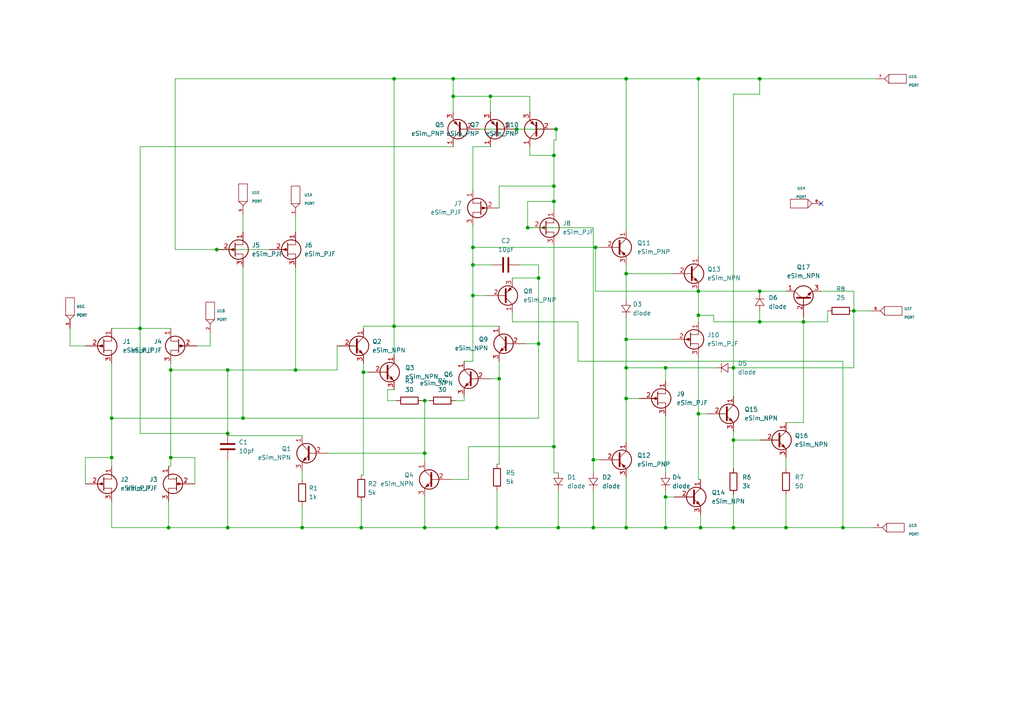
<source format=kicad_sch>
(kicad_sch (version 20211123) (generator eeschema)

  (uuid 5720515f-85ea-4a96-92d6-c5d30dcad6a3)

  (paper "A4")

  (lib_symbols
    (symbol "LTspice_sym:diode" (pin_numbers hide) (pin_names (offset 0.0254) hide) (in_bom yes) (on_board yes)
      (property "Reference" "D" (id 0) (at 1.905 0 0)
        (effects (font (size 1.27 1.27)) (justify left))
      )
      (property "Value" "diode" (id 1) (at 1.905 -5.08 0)
        (effects (font (size 1.27 1.27)) (justify left))
      )
      (property "Footprint" "" (id 2) (at 0 0 0)
        (effects (font (size 1.27 1.27)) hide)
      )
      (property "Datasheet" "" (id 3) (at 0 0 0)
        (effects (font (size 1.27 1.27)) hide)
      )
      (property "Field5" "D" (id 4) (at 1.905 -5.08 0)
        (effects (font (size 1.27 1.27)) (justify left) hide)
      )
      (property "ki_fp_filters" "D_*" (id 5) (at 0 0 0)
        (effects (font (size 1.27 1.27)) hide)
      )
      (symbol "diode_0_0"
        (polyline
          (pts
            (xy 0 -3.4798)
            (xy 2.54 -3.4798)
          )
          (stroke (width 0) (type default) (color 0 0 0 0))
          (fill (type none))
        )
        (polyline
          (pts
            (xy 0 -1.5748)
            (xy 1.27 -3.4798)
          )
          (stroke (width 0) (type default) (color 0 0 0 0))
          (fill (type none))
        )
        (polyline
          (pts
            (xy 0 -1.5748)
            (xy 2.54 -1.5748)
          )
          (stroke (width 0) (type default) (color 0 0 0 0))
          (fill (type none))
        )
        (polyline
          (pts
            (xy 1.27 -3.4798)
            (xy 1.27 -5.08)
          )
          (stroke (width 0) (type default) (color 0 0 0 0))
          (fill (type none))
        )
        (polyline
          (pts
            (xy 1.27 0)
            (xy 1.27 -1.5748)
          )
          (stroke (width 0) (type default) (color 0 0 0 0))
          (fill (type none))
        )
        (polyline
          (pts
            (xy 2.54 -1.5748)
            (xy 1.27 -3.4798)
          )
          (stroke (width 0) (type default) (color 0 0 0 0))
          (fill (type none))
        )
      )
      (symbol "diode_1_1"
        (pin unspecified line (at 1.27 0 0) (length 0)
          (name "+" (effects (font (size 1.27 1.27))))
          (number "1" (effects (font (size 1.27 1.27))))
        )
        (pin unspecified line (at 1.27 -5.08 0) (length 0)
          (name "-" (effects (font (size 1.27 1.27))))
          (number "2" (effects (font (size 1.27 1.27))))
        )
      )
    )
    (symbol "eSim_Devices:capacitor" (pin_numbers hide) (pin_names (offset 0.254)) (in_bom yes) (on_board yes)
      (property "Reference" "C" (id 0) (at 0.635 2.54 0)
        (effects (font (size 1.27 1.27)) (justify left))
      )
      (property "Value" "capacitor" (id 1) (at 0.635 -2.54 0)
        (effects (font (size 1.27 1.27)) (justify left))
      )
      (property "Footprint" "" (id 2) (at 0.9652 -3.81 0)
        (effects (font (size 0.762 0.762)))
      )
      (property "Datasheet" "" (id 3) (at 0 0 0)
        (effects (font (size 1.524 1.524)))
      )
      (property "ki_fp_filters" "C_*" (id 4) (at 0 0 0)
        (effects (font (size 1.27 1.27)) hide)
      )
      (symbol "capacitor_0_1"
        (polyline
          (pts
            (xy -2.032 -0.762)
            (xy 2.032 -0.762)
          )
          (stroke (width 0.508) (type default) (color 0 0 0 0))
          (fill (type none))
        )
        (polyline
          (pts
            (xy -2.032 0.762)
            (xy 2.032 0.762)
          )
          (stroke (width 0.508) (type default) (color 0 0 0 0))
          (fill (type none))
        )
      )
      (symbol "capacitor_1_1"
        (pin passive line (at 0 3.81 270) (length 2.794)
          (name "~" (effects (font (size 1.016 1.016))))
          (number "1" (effects (font (size 1.016 1.016))))
        )
        (pin passive line (at 0 -3.81 90) (length 2.794)
          (name "~" (effects (font (size 1.016 1.016))))
          (number "2" (effects (font (size 1.016 1.016))))
        )
      )
    )
    (symbol "eSim_Devices:eSim_NPN" (pin_names (offset 0) hide) (in_bom yes) (on_board yes)
      (property "Reference" "Q" (id 0) (at -2.54 1.27 0)
        (effects (font (size 1.27 1.27)) (justify right))
      )
      (property "Value" "eSim_NPN" (id 1) (at -1.27 3.81 0)
        (effects (font (size 1.27 1.27)) (justify right))
      )
      (property "Footprint" "" (id 2) (at 5.08 2.54 0)
        (effects (font (size 0.7366 0.7366)))
      )
      (property "Datasheet" "" (id 3) (at 0 0 0)
        (effects (font (size 1.524 1.524)))
      )
      (symbol "eSim_NPN_0_1"
        (polyline
          (pts
            (xy 0.635 0.635)
            (xy 2.54 2.54)
          )
          (stroke (width 0) (type default) (color 0 0 0 0))
          (fill (type none))
        )
        (polyline
          (pts
            (xy 0.635 -0.635)
            (xy 2.54 -2.54)
            (xy 2.54 -2.54)
          )
          (stroke (width 0) (type default) (color 0 0 0 0))
          (fill (type none))
        )
        (polyline
          (pts
            (xy 0.635 1.905)
            (xy 0.635 -1.905)
            (xy 0.635 -1.905)
          )
          (stroke (width 0.508) (type default) (color 0 0 0 0))
          (fill (type none))
        )
        (polyline
          (pts
            (xy 1.27 -1.778)
            (xy 1.778 -1.27)
            (xy 2.286 -2.286)
            (xy 1.27 -1.778)
            (xy 1.27 -1.778)
          )
          (stroke (width 0) (type default) (color 0 0 0 0))
          (fill (type outline))
        )
        (circle (center 1.27 0) (radius 2.8194)
          (stroke (width 0.254) (type default) (color 0 0 0 0))
          (fill (type none))
        )
      )
      (symbol "eSim_NPN_1_1"
        (pin passive line (at 2.54 5.08 270) (length 2.54)
          (name "C" (effects (font (size 1.27 1.27))))
          (number "1" (effects (font (size 1.27 1.27))))
        )
        (pin passive line (at -5.08 0 0) (length 5.715)
          (name "B" (effects (font (size 1.27 1.27))))
          (number "2" (effects (font (size 1.27 1.27))))
        )
        (pin passive line (at 2.54 -5.08 90) (length 2.54)
          (name "E" (effects (font (size 1.27 1.27))))
          (number "3" (effects (font (size 1.27 1.27))))
        )
      )
    )
    (symbol "eSim_Devices:eSim_PJF" (pin_names (offset 0) hide) (in_bom yes) (on_board yes)
      (property "Reference" "J" (id 0) (at -2.54 1.27 0)
        (effects (font (size 1.27 1.27)) (justify right))
      )
      (property "Value" "eSim_PJF" (id 1) (at -1.27 3.81 0)
        (effects (font (size 1.27 1.27)) (justify right))
      )
      (property "Footprint" "" (id 2) (at 5.08 2.54 0)
        (effects (font (size 0.7366 0.7366)))
      )
      (property "Datasheet" "" (id 3) (at 0 0 0)
        (effects (font (size 1.524 1.524)))
      )
      (symbol "eSim_PJF_0_1"
        (polyline
          (pts
            (xy 0.254 1.905)
            (xy 0.254 -1.905)
            (xy 0.254 -1.905)
          )
          (stroke (width 0.254) (type default) (color 0 0 0 0))
          (fill (type none))
        )
        (polyline
          (pts
            (xy 2.54 -2.54)
            (xy 2.54 -1.27)
            (xy 0.254 -1.27)
          )
          (stroke (width 0) (type default) (color 0 0 0 0))
          (fill (type none))
        )
        (polyline
          (pts
            (xy 2.54 2.54)
            (xy 2.54 1.397)
            (xy 0.254 1.397)
          )
          (stroke (width 0) (type default) (color 0 0 0 0))
          (fill (type none))
        )
        (polyline
          (pts
            (xy -1.143 0)
            (xy -0.127 0.381)
            (xy -0.127 -0.381)
            (xy -1.143 0)
          )
          (stroke (width 0) (type default) (color 0 0 0 0))
          (fill (type outline))
        )
        (circle (center 1.27 0) (radius 2.8194)
          (stroke (width 0.254) (type default) (color 0 0 0 0))
          (fill (type none))
        )
      )
      (symbol "eSim_PJF_1_1"
        (pin passive line (at 2.54 5.08 270) (length 2.54)
          (name "D" (effects (font (size 1.27 1.27))))
          (number "1" (effects (font (size 1.27 1.27))))
        )
        (pin passive line (at -5.08 0 0) (length 5.334)
          (name "G" (effects (font (size 1.27 1.27))))
          (number "2" (effects (font (size 1.27 1.27))))
        )
        (pin passive line (at 2.54 -5.08 90) (length 2.54)
          (name "S" (effects (font (size 1.27 1.27))))
          (number "3" (effects (font (size 1.27 1.27))))
        )
      )
    )
    (symbol "eSim_Devices:eSim_PNP" (pin_names (offset 0) hide) (in_bom yes) (on_board yes)
      (property "Reference" "Q" (id 0) (at -2.54 1.27 0)
        (effects (font (size 1.27 1.27)) (justify right))
      )
      (property "Value" "eSim_PNP" (id 1) (at -1.27 3.81 0)
        (effects (font (size 1.27 1.27)) (justify right))
      )
      (property "Footprint" "" (id 2) (at 5.08 2.54 0)
        (effects (font (size 0.7366 0.7366)))
      )
      (property "Datasheet" "" (id 3) (at 0 0 0)
        (effects (font (size 1.524 1.524)))
      )
      (symbol "eSim_PNP_0_1"
        (polyline
          (pts
            (xy 0.635 0.635)
            (xy 2.54 2.54)
          )
          (stroke (width 0) (type default) (color 0 0 0 0))
          (fill (type none))
        )
        (polyline
          (pts
            (xy 0.635 -0.635)
            (xy 2.54 -2.54)
            (xy 2.54 -2.54)
          )
          (stroke (width 0) (type default) (color 0 0 0 0))
          (fill (type none))
        )
        (polyline
          (pts
            (xy 0.635 1.905)
            (xy 0.635 -1.905)
            (xy 0.635 -1.905)
          )
          (stroke (width 0.508) (type default) (color 0 0 0 0))
          (fill (type none))
        )
        (polyline
          (pts
            (xy 2.286 -1.778)
            (xy 1.778 -2.286)
            (xy 1.27 -1.27)
            (xy 2.286 -1.778)
            (xy 2.286 -1.778)
          )
          (stroke (width 0) (type default) (color 0 0 0 0))
          (fill (type outline))
        )
        (circle (center 1.27 0) (radius 2.8194)
          (stroke (width 0.254) (type default) (color 0 0 0 0))
          (fill (type none))
        )
      )
      (symbol "eSim_PNP_1_1"
        (pin passive line (at 2.54 5.08 270) (length 2.54)
          (name "C" (effects (font (size 1.27 1.27))))
          (number "1" (effects (font (size 1.27 1.27))))
        )
        (pin passive line (at -5.08 0 0) (length 5.715)
          (name "B" (effects (font (size 1.27 1.27))))
          (number "2" (effects (font (size 1.27 1.27))))
        )
        (pin passive line (at 2.54 -5.08 90) (length 2.54)
          (name "E" (effects (font (size 1.27 1.27))))
          (number "3" (effects (font (size 1.27 1.27))))
        )
      )
    )
    (symbol "eSim_Devices:resistor" (pin_numbers hide) (pin_names (offset 0)) (in_bom yes) (on_board yes)
      (property "Reference" "R" (id 0) (at 1.27 3.302 0)
        (effects (font (size 1.27 1.27)))
      )
      (property "Value" "resistor" (id 1) (at 1.27 -1.27 0)
        (effects (font (size 1.27 1.27)))
      )
      (property "Footprint" "" (id 2) (at 1.27 -0.508 0)
        (effects (font (size 0.762 0.762)))
      )
      (property "Datasheet" "" (id 3) (at 1.27 1.27 90)
        (effects (font (size 0.762 0.762)))
      )
      (property "ki_fp_filters" "R_* Resistor_*" (id 4) (at 0 0 0)
        (effects (font (size 1.27 1.27)) hide)
      )
      (symbol "resistor_0_1"
        (rectangle (start 3.81 0.254) (end -1.27 2.286)
          (stroke (width 0.254) (type default) (color 0 0 0 0))
          (fill (type none))
        )
      )
      (symbol "resistor_1_1"
        (pin passive line (at -2.54 1.27 0) (length 1.27)
          (name "~" (effects (font (size 1.524 1.524))))
          (number "1" (effects (font (size 1.524 1.524))))
        )
        (pin passive line (at 5.08 1.27 180) (length 1.27)
          (name "~" (effects (font (size 1.524 1.524))))
          (number "2" (effects (font (size 1.524 1.524))))
        )
      )
    )
    (symbol "eSim_Miscellaneous:PORT" (pin_names (offset 1.016)) (in_bom yes) (on_board yes)
      (property "Reference" "U" (id 0) (at 1.27 2.54 0)
        (effects (font (size 0.762 0.762)))
      )
      (property "Value" "PORT" (id 1) (at 0 0 0)
        (effects (font (size 0.762 0.762)))
      )
      (property "Footprint" "" (id 2) (at 0 0 0)
        (effects (font (size 1.524 1.524)))
      )
      (property "Datasheet" "" (id 3) (at 0 0 0)
        (effects (font (size 1.524 1.524)))
      )
      (symbol "PORT_0_1"
        (rectangle (start -2.54 1.27) (end 2.54 -1.27)
          (stroke (width 0) (type default) (color 0 0 0 0))
          (fill (type none))
        )
        (arc (start 2.54 1.27) (mid 3.1355 0.5955) (end 3.81 0)
          (stroke (width 0) (type default) (color 0 0 0 0))
          (fill (type none))
        )
        (arc (start 3.81 0) (mid 3.1447 -0.6046) (end 2.54 -1.27)
          (stroke (width 0) (type default) (color 0 0 0 0))
          (fill (type none))
        )
      )
      (symbol "PORT_1_1"
        (pin bidirectional line (at 6.35 0 180) (length 2.54)
          (name "~" (effects (font (size 0.762 0.762))))
          (number "1" (effects (font (size 0.762 0.762))))
        )
      )
      (symbol "PORT_2_1"
        (pin bidirectional line (at 6.35 0 180) (length 2.54)
          (name "~" (effects (font (size 0.762 0.762))))
          (number "2" (effects (font (size 0.762 0.762))))
        )
      )
      (symbol "PORT_3_1"
        (pin bidirectional line (at 6.35 0 180) (length 2.54)
          (name "~" (effects (font (size 0.762 0.762))))
          (number "3" (effects (font (size 0.762 0.762))))
        )
      )
      (symbol "PORT_4_1"
        (pin bidirectional line (at 6.35 0 180) (length 2.54)
          (name "~" (effects (font (size 0.762 0.762))))
          (number "4" (effects (font (size 0.762 0.762))))
        )
      )
      (symbol "PORT_5_1"
        (pin bidirectional line (at 6.35 0 180) (length 2.54)
          (name "~" (effects (font (size 0.762 0.762))))
          (number "5" (effects (font (size 0.762 0.762))))
        )
      )
      (symbol "PORT_6_1"
        (pin bidirectional line (at 6.35 0 180) (length 2.54)
          (name "~" (effects (font (size 0.762 0.762))))
          (number "6" (effects (font (size 0.762 0.762))))
        )
      )
      (symbol "PORT_7_1"
        (pin bidirectional line (at 6.35 0 180) (length 2.54)
          (name "~" (effects (font (size 0.762 0.762))))
          (number "7" (effects (font (size 0.762 0.762))))
        )
      )
      (symbol "PORT_8_1"
        (pin bidirectional line (at 6.35 0 180) (length 2.54)
          (name "~" (effects (font (size 0.762 0.762))))
          (number "8" (effects (font (size 0.762 0.762))))
        )
      )
      (symbol "PORT_9_1"
        (pin bidirectional line (at 6.35 0 180) (length 2.54)
          (name "~" (effects (font (size 0.762 0.762))))
          (number "9" (effects (font (size 0.762 0.762))))
        )
      )
      (symbol "PORT_10_1"
        (pin bidirectional line (at 6.35 0 180) (length 2.54)
          (name "~" (effects (font (size 0.762 0.762))))
          (number "10" (effects (font (size 0.762 0.762))))
        )
      )
      (symbol "PORT_11_1"
        (pin bidirectional line (at 6.35 0 180) (length 2.54)
          (name "~" (effects (font (size 0.762 0.762))))
          (number "11" (effects (font (size 0.762 0.762))))
        )
      )
      (symbol "PORT_12_1"
        (pin bidirectional line (at 6.35 0 180) (length 2.54)
          (name "~" (effects (font (size 0.762 0.762))))
          (number "12" (effects (font (size 0.762 0.762))))
        )
      )
      (symbol "PORT_13_1"
        (pin bidirectional line (at 6.35 0 180) (length 2.54)
          (name "~" (effects (font (size 0.762 0.762))))
          (number "13" (effects (font (size 0.762 0.762))))
        )
      )
      (symbol "PORT_14_1"
        (pin bidirectional line (at 6.35 0 180) (length 2.54)
          (name "~" (effects (font (size 0.762 0.762))))
          (number "14" (effects (font (size 0.762 0.762))))
        )
      )
      (symbol "PORT_15_1"
        (pin bidirectional line (at 6.35 0 180) (length 2.54)
          (name "~" (effects (font (size 0.762 0.762))))
          (number "15" (effects (font (size 0.762 0.762))))
        )
      )
      (symbol "PORT_16_1"
        (pin bidirectional line (at 6.35 0 180) (length 2.54)
          (name "~" (effects (font (size 0.762 0.762))))
          (number "16" (effects (font (size 0.762 0.762))))
        )
      )
      (symbol "PORT_17_1"
        (pin bidirectional line (at 6.35 0 180) (length 2.54)
          (name "~" (effects (font (size 0.762 0.762))))
          (number "17" (effects (font (size 0.762 0.762))))
        )
      )
      (symbol "PORT_18_1"
        (pin bidirectional line (at 6.35 0 180) (length 2.54)
          (name "~" (effects (font (size 0.762 0.762))))
          (number "18" (effects (font (size 0.762 0.762))))
        )
      )
      (symbol "PORT_19_1"
        (pin bidirectional line (at 6.35 0 180) (length 2.54)
          (name "~" (effects (font (size 0.762 0.762))))
          (number "19" (effects (font (size 0.762 0.762))))
        )
      )
      (symbol "PORT_20_1"
        (pin bidirectional line (at 6.35 0 180) (length 2.54)
          (name "~" (effects (font (size 0.762 0.762))))
          (number "20" (effects (font (size 0.762 0.762))))
        )
      )
      (symbol "PORT_21_1"
        (pin bidirectional line (at 6.35 0 180) (length 2.54)
          (name "~" (effects (font (size 0.762 0.762))))
          (number "21" (effects (font (size 0.762 0.762))))
        )
      )
      (symbol "PORT_22_1"
        (pin bidirectional line (at 6.35 0 180) (length 2.54)
          (name "~" (effects (font (size 0.762 0.762))))
          (number "22" (effects (font (size 0.762 0.762))))
        )
      )
      (symbol "PORT_23_1"
        (pin bidirectional line (at 6.35 0 180) (length 2.54)
          (name "~" (effects (font (size 0.762 0.762))))
          (number "23" (effects (font (size 0.762 0.762))))
        )
      )
      (symbol "PORT_24_1"
        (pin bidirectional line (at 6.35 0 180) (length 2.54)
          (name "~" (effects (font (size 0.762 0.762))))
          (number "24" (effects (font (size 0.762 0.762))))
        )
      )
      (symbol "PORT_25_1"
        (pin bidirectional line (at 6.35 0 180) (length 2.54)
          (name "~" (effects (font (size 0.762 0.762))))
          (number "25" (effects (font (size 0.762 0.762))))
        )
      )
      (symbol "PORT_26_1"
        (pin bidirectional line (at 6.35 0 180) (length 2.54)
          (name "~" (effects (font (size 0.762 0.762))))
          (number "26" (effects (font (size 0.762 0.762))))
        )
      )
    )
  )


  (junction (at 62.865 72.39) (diameter 0) (color 0 0 0 0)
    (uuid 0054e659-c8ff-4c23-bb74-f4009f9a2435)
  )
  (junction (at 87.63 153.035) (diameter 0) (color 0 0 0 0)
    (uuid 03722de6-205e-4ec8-9e58-88f15de0cece)
  )
  (junction (at 202.565 120.015) (diameter 0) (color 0 0 0 0)
    (uuid 07d6e58d-47ac-42f8-a662-f04a58b7571b)
  )
  (junction (at 181.61 153.035) (diameter 0) (color 0 0 0 0)
    (uuid 08f859cb-b010-416d-a046-f696d40e5009)
  )
  (junction (at 137.16 71.755) (diameter 0) (color 0 0 0 0)
    (uuid 0c6410eb-4e10-4f3f-aaca-760a9d2f9f3e)
  )
  (junction (at 172.72 71.755) (diameter 0) (color 0 0 0 0)
    (uuid 14b39534-f1d1-4b45-8cf7-0cb7dd65faf3)
  )
  (junction (at 202.565 91.44) (diameter 0) (color 0 0 0 0)
    (uuid 1a86e701-3229-4e9d-bd71-4050495d24b5)
  )
  (junction (at 48.895 153.035) (diameter 0) (color 0 0 0 0)
    (uuid 1ab76ff2-efb8-467a-8156-359fb7ae303c)
  )
  (junction (at 149.86 37.465) (diameter 0) (color 0 0 0 0)
    (uuid 1c83887c-8193-427f-97c1-8389295a48fc)
  )
  (junction (at 202.565 84.455) (diameter 0) (color 0 0 0 0)
    (uuid 1eb64694-059f-454f-8b4e-ebde9828e173)
  )
  (junction (at 220.345 93.345) (diameter 0) (color 0 0 0 0)
    (uuid 208cc2ce-6e88-4559-9f7b-24117f4f86ec)
  )
  (junction (at 156.21 99.695) (diameter 0) (color 0 0 0 0)
    (uuid 210509f7-c4e2-42c1-85cd-9a7236da7dcf)
  )
  (junction (at 66.04 107.315) (diameter 0) (color 0 0 0 0)
    (uuid 260515e8-9bfd-4d1c-8f73-7359010aa56d)
  )
  (junction (at 156.21 80.645) (diameter 0) (color 0 0 0 0)
    (uuid 26fb4cab-44ad-438e-869b-2f8a8acb31d3)
  )
  (junction (at 85.725 107.315) (diameter 0) (color 0 0 0 0)
    (uuid 28c282c7-c6e8-4405-9b50-39bb74269dad)
  )
  (junction (at 160.655 58.42) (diameter 0) (color 0 0 0 0)
    (uuid 2fb1de16-4916-4f5f-abf2-57f1a75deb2e)
  )
  (junction (at 49.53 132.715) (diameter 0) (color 0 0 0 0)
    (uuid 323108d4-34a5-4a64-8e8c-5843b2085290)
  )
  (junction (at 193.04 153.035) (diameter 0) (color 0 0 0 0)
    (uuid 34c1f6d0-b046-4516-bd1f-886f7765b92e)
  )
  (junction (at 212.725 153.035) (diameter 0) (color 0 0 0 0)
    (uuid 376c6909-c584-49b5-b197-89bd1d0067b0)
  )
  (junction (at 114.3 22.86) (diameter 0) (color 0 0 0 0)
    (uuid 47413902-2469-4e78-89f9-6b5a3bbb5066)
  )
  (junction (at 212.725 127.635) (diameter 0) (color 0 0 0 0)
    (uuid 489d92fb-203e-46c2-99dc-0b5eaa2ab3cd)
  )
  (junction (at 193.04 106.68) (diameter 0) (color 0 0 0 0)
    (uuid 4910648d-c33b-46a0-bebf-0553df2dd6c1)
  )
  (junction (at 123.19 116.205) (diameter 0) (color 0 0 0 0)
    (uuid 4a4f462a-f34c-406f-963b-f140dbf1a4a0)
  )
  (junction (at 220.345 22.86) (diameter 0) (color 0 0 0 0)
    (uuid 4a6ae096-51fc-473f-aa38-5e73b060fb9f)
  )
  (junction (at 233.045 93.345) (diameter 0) (color 0 0 0 0)
    (uuid 4c9fcb13-764f-40cd-aeae-404186237d88)
  )
  (junction (at 227.965 153.035) (diameter 0) (color 0 0 0 0)
    (uuid 4d509401-4fe6-4339-984b-3172585f3292)
  )
  (junction (at 181.61 79.375) (diameter 0) (color 0 0 0 0)
    (uuid 5035bcef-c053-4372-ad7c-7d383582d9ca)
  )
  (junction (at 144.78 109.855) (diameter 0) (color 0 0 0 0)
    (uuid 63d09501-3e18-48d6-9d90-286c9486c070)
  )
  (junction (at 161.29 37.465) (diameter 0) (color 0 0 0 0)
    (uuid 63e37da0-ea66-4749-8049-548f781feb3c)
  )
  (junction (at 160.655 129.54) (diameter 0) (color 0 0 0 0)
    (uuid 65ac6ac5-a27d-4f26-8106-9575c8e076f1)
  )
  (junction (at 160.655 45.085) (diameter 0) (color 0 0 0 0)
    (uuid 67cb0000-5c3e-4b11-9968-38f4e32f3b84)
  )
  (junction (at 104.775 153.035) (diameter 0) (color 0 0 0 0)
    (uuid 699c16db-aa8a-4c20-9d02-0d0b8d6522b4)
  )
  (junction (at 247.65 90.17) (diameter 0) (color 0 0 0 0)
    (uuid 6a56fad0-9689-4cc2-aba6-82e30ab1e4fb)
  )
  (junction (at 131.445 27.94) (diameter 0) (color 0 0 0 0)
    (uuid 7e196567-57dd-49b5-87e7-29a49bd44b68)
  )
  (junction (at 49.53 107.315) (diameter 0) (color 0 0 0 0)
    (uuid 85d827d7-b847-4ef6-8cda-6ff10e7dec9c)
  )
  (junction (at 114.3 94.615) (diameter 0) (color 0 0 0 0)
    (uuid 88814440-a710-4181-83b0-66ddacb43ff2)
  )
  (junction (at 161.925 153.035) (diameter 0) (color 0 0 0 0)
    (uuid 8905bd0f-855f-4bf4-91fb-acabb7fa3e53)
  )
  (junction (at 32.385 132.715) (diameter 0) (color 0 0 0 0)
    (uuid 92b7347f-5251-496f-9f4d-ee500a71006f)
  )
  (junction (at 66.04 153.035) (diameter 0) (color 0 0 0 0)
    (uuid 93d7a7d4-ccc1-4273-a42e-79432ff12f98)
  )
  (junction (at 40.64 95.25) (diameter 0) (color 0 0 0 0)
    (uuid 9a4ef9ed-7719-480e-99a8-e87e66e03a82)
  )
  (junction (at 123.19 131.445) (diameter 0) (color 0 0 0 0)
    (uuid 9cb5db80-ba25-4456-81ec-af1958d8efb0)
  )
  (junction (at 172.085 153.035) (diameter 0) (color 0 0 0 0)
    (uuid 9cf310a0-5c61-4511-91d5-571100386613)
  )
  (junction (at 244.475 153.035) (diameter 0) (color 0 0 0 0)
    (uuid 9dc5d4c8-3185-4bb2-9a6b-6f4d04566412)
  )
  (junction (at 202.565 22.86) (diameter 0) (color 0 0 0 0)
    (uuid 9f43ab1a-6344-4509-b956-d344a0b16936)
  )
  (junction (at 123.19 153.035) (diameter 0) (color 0 0 0 0)
    (uuid a31bc2eb-84d1-4837-8c91-c2cd83bbc07e)
  )
  (junction (at 160.655 53.975) (diameter 0) (color 0 0 0 0)
    (uuid a3d524ef-e469-4ef9-a060-d4c22582929c)
  )
  (junction (at 153.035 66.04) (diameter 0) (color 0 0 0 0)
    (uuid a578573a-751b-4ea5-a67b-8d7a85fe5394)
  )
  (junction (at 105.41 107.95) (diameter 0) (color 0 0 0 0)
    (uuid aa3439d7-95b0-4ad5-8c8e-83b6793a1c08)
  )
  (junction (at 203.2 153.035) (diameter 0) (color 0 0 0 0)
    (uuid bb8434d1-8f9e-44a1-b445-853db938aa44)
  )
  (junction (at 193.04 144.145) (diameter 0) (color 0 0 0 0)
    (uuid be8a6294-c0d6-4410-a5e3-ee65c629448d)
  )
  (junction (at 131.445 22.86) (diameter 0) (color 0 0 0 0)
    (uuid bf4294b6-8fc1-49f8-809e-6065e0bb5bff)
  )
  (junction (at 181.61 115.57) (diameter 0) (color 0 0 0 0)
    (uuid c3c3f146-3242-48c0-b190-703953c0952f)
  )
  (junction (at 32.385 121.285) (diameter 0) (color 0 0 0 0)
    (uuid c56d8631-e175-464d-928d-2174161d142d)
  )
  (junction (at 212.725 106.68) (diameter 0) (color 0 0 0 0)
    (uuid cee4c9fa-e9e0-4a0d-af6a-09cba17096b6)
  )
  (junction (at 137.16 85.725) (diameter 0) (color 0 0 0 0)
    (uuid d6491394-6e08-4b32-affc-aac932a79b08)
  )
  (junction (at 137.16 76.835) (diameter 0) (color 0 0 0 0)
    (uuid d7e5ceda-352f-472c-927c-72fea3cafa72)
  )
  (junction (at 181.61 22.86) (diameter 0) (color 0 0 0 0)
    (uuid dd14620e-ff37-4206-82ad-6b498c0107c8)
  )
  (junction (at 220.345 84.455) (diameter 0) (color 0 0 0 0)
    (uuid e57a2de1-08de-459b-b0c0-4fdd4ee53ce4)
  )
  (junction (at 66.04 125.73) (diameter 0) (color 0 0 0 0)
    (uuid e5f4f885-680b-4201-9851-3fd49e28bfaa)
  )
  (junction (at 70.485 121.285) (diameter 0) (color 0 0 0 0)
    (uuid ea95b4a2-bd92-4849-bb14-c07d7c4106f7)
  )
  (junction (at 181.61 98.425) (diameter 0) (color 0 0 0 0)
    (uuid f26183c0-2ebd-4062-8ec8-c86267fd2e4b)
  )
  (junction (at 144.145 153.035) (diameter 0) (color 0 0 0 0)
    (uuid fcc69700-de52-4921-8ecc-c51a325b020a)
  )
  (junction (at 172.085 133.35) (diameter 0) (color 0 0 0 0)
    (uuid fdde2d2e-e8f0-482c-98da-0968bb4ad6c6)
  )
  (junction (at 142.24 27.94) (diameter 0) (color 0 0 0 0)
    (uuid ff05185d-b164-4359-9727-9954f399db40)
  )
  (junction (at 181.61 106.68) (diameter 0) (color 0 0 0 0)
    (uuid ff9d20aa-7585-41bd-ae66-c988055c540b)
  )

  (no_connect (at 238.125 59.055) (uuid 3be962de-a5db-49d1-a625-cd74c4018622))

  (wire (pts (xy 161.925 142.24) (xy 161.925 153.035))
    (stroke (width 0) (type default) (color 0 0 0 0))
    (uuid 00324e47-d4f2-40a1-9310-39b3b81ba3be)
  )
  (wire (pts (xy 227.965 153.035) (xy 244.475 153.035))
    (stroke (width 0) (type default) (color 0 0 0 0))
    (uuid 0269b824-e741-4253-a9e1-5a6b2328cc50)
  )
  (wire (pts (xy 24.765 132.715) (xy 32.385 132.715))
    (stroke (width 0) (type default) (color 0 0 0 0))
    (uuid 02e35cdd-5895-477a-a24a-f20661d1d883)
  )
  (wire (pts (xy 135.89 139.065) (xy 135.89 129.54))
    (stroke (width 0) (type default) (color 0 0 0 0))
    (uuid 040b4694-27b3-4cb2-b7b0-6a335a033c66)
  )
  (wire (pts (xy 66.04 107.315) (xy 66.04 125.73))
    (stroke (width 0) (type default) (color 0 0 0 0))
    (uuid 04d9dd4e-fae8-4e3a-b9e9-81a710a7b0d0)
  )
  (wire (pts (xy 32.385 132.715) (xy 32.385 135.255))
    (stroke (width 0) (type default) (color 0 0 0 0))
    (uuid 062068d0-90ff-4257-965c-09c1b8dc2afe)
  )
  (wire (pts (xy 123.19 116.205) (xy 123.19 131.445))
    (stroke (width 0) (type default) (color 0 0 0 0))
    (uuid 0680e258-4b2d-4153-a1de-8f1fe36a75c8)
  )
  (wire (pts (xy 172.085 142.24) (xy 172.085 153.035))
    (stroke (width 0) (type default) (color 0 0 0 0))
    (uuid 08cf6b55-698f-42d5-9f73-bf31ba491032)
  )
  (wire (pts (xy 153.67 27.94) (xy 153.67 32.385))
    (stroke (width 0) (type default) (color 0 0 0 0))
    (uuid 0bf01462-c3c4-480e-8584-7e7265c0098d)
  )
  (wire (pts (xy 172.085 133.35) (xy 172.085 66.04))
    (stroke (width 0) (type default) (color 0 0 0 0))
    (uuid 0bf78969-0ad6-4783-99a8-737f60faf18d)
  )
  (wire (pts (xy 233.045 122.555) (xy 233.045 93.345))
    (stroke (width 0) (type default) (color 0 0 0 0))
    (uuid 0cfe9d44-77de-4d4a-bd4c-81907e679cdf)
  )
  (wire (pts (xy 203.2 149.225) (xy 203.2 153.035))
    (stroke (width 0) (type default) (color 0 0 0 0))
    (uuid 0fce223e-a7d6-4ba0-acda-184b7feac6f6)
  )
  (wire (pts (xy 134.62 116.205) (xy 132.08 116.205))
    (stroke (width 0) (type default) (color 0 0 0 0))
    (uuid 10482b61-2a51-4464-a30d-99f83714c054)
  )
  (wire (pts (xy 114.3 22.86) (xy 131.445 22.86))
    (stroke (width 0) (type default) (color 0 0 0 0))
    (uuid 109f8fa3-5f8c-4c95-a3a6-d8022b821e60)
  )
  (wire (pts (xy 160.655 58.42) (xy 160.655 60.96))
    (stroke (width 0) (type default) (color 0 0 0 0))
    (uuid 133f8b0c-8a18-4e01-8c9e-8827e167b9e8)
  )
  (wire (pts (xy 181.61 98.425) (xy 194.945 98.425))
    (stroke (width 0) (type default) (color 0 0 0 0))
    (uuid 1573ac8b-95d1-49a2-be71-e5aa55381d67)
  )
  (wire (pts (xy 49.53 132.715) (xy 49.53 135.255))
    (stroke (width 0) (type default) (color 0 0 0 0))
    (uuid 16379f6c-732c-4c4e-a90b-d5667f13e3be)
  )
  (wire (pts (xy 137.16 42.545) (xy 142.24 42.545))
    (stroke (width 0) (type default) (color 0 0 0 0))
    (uuid 187757a1-f794-43b3-966b-7a1233e2516b)
  )
  (wire (pts (xy 160.655 137.16) (xy 161.925 137.16))
    (stroke (width 0) (type default) (color 0 0 0 0))
    (uuid 1a637d5b-6e33-4bc1-b1b4-b3102f6f273b)
  )
  (wire (pts (xy 160.655 129.54) (xy 160.655 137.16))
    (stroke (width 0) (type default) (color 0 0 0 0))
    (uuid 1d3a64f4-a423-47a5-9870-9da447276de1)
  )
  (wire (pts (xy 181.61 92.075) (xy 181.61 98.425))
    (stroke (width 0) (type default) (color 0 0 0 0))
    (uuid 1ed2d52d-f9c7-4443-ba78-4e2e19f5a92f)
  )
  (wire (pts (xy 167.64 104.775) (xy 244.475 104.775))
    (stroke (width 0) (type default) (color 0 0 0 0))
    (uuid 21f58e66-a4f6-4c23-be9e-9d80131667b6)
  )
  (wire (pts (xy 212.725 153.035) (xy 227.965 153.035))
    (stroke (width 0) (type default) (color 0 0 0 0))
    (uuid 237a2cf6-c1c1-4db9-b335-ffb9e9b5e39c)
  )
  (wire (pts (xy 40.64 42.545) (xy 40.64 95.25))
    (stroke (width 0) (type default) (color 0 0 0 0))
    (uuid 23c69c76-eea2-4da2-a72e-a6de5b1d8a62)
  )
  (wire (pts (xy 66.04 125.73) (xy 40.64 125.73))
    (stroke (width 0) (type default) (color 0 0 0 0))
    (uuid 24420386-cc8d-4c2a-93e5-02c8f15e7088)
  )
  (wire (pts (xy 233.045 93.345) (xy 233.045 92.075))
    (stroke (width 0) (type default) (color 0 0 0 0))
    (uuid 28494b5a-a3ba-47ad-be45-aed48fad6f53)
  )
  (wire (pts (xy 24.765 140.335) (xy 24.765 132.715))
    (stroke (width 0) (type default) (color 0 0 0 0))
    (uuid 288a3a60-f5be-491c-9298-0b031fce9456)
  )
  (wire (pts (xy 123.19 131.445) (xy 123.19 133.985))
    (stroke (width 0) (type default) (color 0 0 0 0))
    (uuid 29bbad3b-9691-460c-8f4e-fb974657ea09)
  )
  (wire (pts (xy 202.565 84.455) (xy 202.565 91.44))
    (stroke (width 0) (type default) (color 0 0 0 0))
    (uuid 2af8f028-0902-4bf1-821a-95f3ef53ef23)
  )
  (wire (pts (xy 220.345 84.455) (xy 202.565 84.455))
    (stroke (width 0) (type default) (color 0 0 0 0))
    (uuid 2b262a83-883a-4456-8b23-51e28aa59161)
  )
  (wire (pts (xy 161.29 40.64) (xy 161.29 37.465))
    (stroke (width 0) (type default) (color 0 0 0 0))
    (uuid 2d154994-0739-433f-8746-4935f5f1fd18)
  )
  (wire (pts (xy 153.035 66.04) (xy 153.035 58.42))
    (stroke (width 0) (type default) (color 0 0 0 0))
    (uuid 2d71c3aa-aa79-42f4-8478-661110ea1134)
  )
  (wire (pts (xy 97.79 107.315) (xy 85.725 107.315))
    (stroke (width 0) (type default) (color 0 0 0 0))
    (uuid 314bce7d-eb87-4d91-a2a1-fde13ad1d838)
  )
  (wire (pts (xy 160.655 45.085) (xy 160.655 40.64))
    (stroke (width 0) (type default) (color 0 0 0 0))
    (uuid 3160a9fb-ddb3-4c0f-b9dd-42d927f2dfd6)
  )
  (wire (pts (xy 105.41 95.25) (xy 105.41 94.615))
    (stroke (width 0) (type default) (color 0 0 0 0))
    (uuid 31a5bc9f-5fa8-4c25-9923-7dddb1946fd9)
  )
  (wire (pts (xy 137.16 85.725) (xy 140.97 85.725))
    (stroke (width 0) (type default) (color 0 0 0 0))
    (uuid 329697dc-7517-4825-9fd4-8ecd184c654c)
  )
  (wire (pts (xy 247.65 84.455) (xy 247.65 90.17))
    (stroke (width 0) (type default) (color 0 0 0 0))
    (uuid 33690ed7-275e-4206-9d07-b6695f7ea430)
  )
  (wire (pts (xy 193.04 144.145) (xy 195.58 144.145))
    (stroke (width 0) (type default) (color 0 0 0 0))
    (uuid 34a2728b-51ad-4529-977f-15b05a909996)
  )
  (wire (pts (xy 160.655 45.085) (xy 160.655 53.975))
    (stroke (width 0) (type default) (color 0 0 0 0))
    (uuid 352919b1-e702-48f9-b2d3-bafa65bcf23a)
  )
  (wire (pts (xy 181.61 79.375) (xy 194.945 79.375))
    (stroke (width 0) (type default) (color 0 0 0 0))
    (uuid 3777c138-26cc-424a-81e5-131707ce7dda)
  )
  (wire (pts (xy 181.61 76.835) (xy 181.61 79.375))
    (stroke (width 0) (type default) (color 0 0 0 0))
    (uuid 392a6ad6-2a8d-4396-90c6-f721486c5109)
  )
  (wire (pts (xy 62.865 72.39) (xy 78.105 72.39))
    (stroke (width 0) (type default) (color 0 0 0 0))
    (uuid 39afd910-e066-45b7-a474-7fb0a00477b9)
  )
  (wire (pts (xy 156.21 121.285) (xy 156.21 99.695))
    (stroke (width 0) (type default) (color 0 0 0 0))
    (uuid 39fc5a0d-4039-49d3-ba13-d5411e004734)
  )
  (wire (pts (xy 137.16 71.755) (xy 137.16 76.835))
    (stroke (width 0) (type default) (color 0 0 0 0))
    (uuid 3af29a70-173f-4546-8f24-8da41911aef1)
  )
  (wire (pts (xy 212.725 127.635) (xy 212.725 135.89))
    (stroke (width 0) (type default) (color 0 0 0 0))
    (uuid 3b68d779-34e6-47e3-b876-397591f97d69)
  )
  (wire (pts (xy 134.62 114.935) (xy 134.62 116.205))
    (stroke (width 0) (type default) (color 0 0 0 0))
    (uuid 3dd15ab9-ce98-4c3d-b2e9-1cf07399471d)
  )
  (wire (pts (xy 144.78 134.62) (xy 144.145 134.62))
    (stroke (width 0) (type default) (color 0 0 0 0))
    (uuid 3e3f0f3d-b642-4ecb-a0ec-952dcf4705c0)
  )
  (wire (pts (xy 122.555 116.205) (xy 123.19 116.205))
    (stroke (width 0) (type default) (color 0 0 0 0))
    (uuid 3e5f53d8-f013-4c9d-9e45-d57fdac4849a)
  )
  (wire (pts (xy 181.61 115.57) (xy 185.42 115.57))
    (stroke (width 0) (type default) (color 0 0 0 0))
    (uuid 3fe764ec-98dd-42f3-86d5-6a78a522b126)
  )
  (wire (pts (xy 142.24 27.94) (xy 142.24 32.385))
    (stroke (width 0) (type default) (color 0 0 0 0))
    (uuid 410d3a05-387e-40bb-bd63-1b5f3b7d1c0d)
  )
  (wire (pts (xy 202.565 120.015) (xy 202.565 139.065))
    (stroke (width 0) (type default) (color 0 0 0 0))
    (uuid 423a34b5-ba3a-41f3-8b6f-6817a025a5c6)
  )
  (wire (pts (xy 193.04 106.68) (xy 193.04 110.49))
    (stroke (width 0) (type default) (color 0 0 0 0))
    (uuid 46c2d2c2-afa7-43c7-b9f4-0332e24d8711)
  )
  (wire (pts (xy 207.01 91.44) (xy 202.565 91.44))
    (stroke (width 0) (type default) (color 0 0 0 0))
    (uuid 478f4a64-f119-4f8c-9345-91deb8398f4e)
  )
  (wire (pts (xy 193.04 106.68) (xy 207.645 106.68))
    (stroke (width 0) (type default) (color 0 0 0 0))
    (uuid 47d9530a-5323-4d8c-a12a-1262023b42b4)
  )
  (wire (pts (xy 60.96 100.33) (xy 60.96 96.52))
    (stroke (width 0) (type default) (color 0 0 0 0))
    (uuid 49635a6f-397b-4e21-860e-433b6b94e86c)
  )
  (wire (pts (xy 212.725 127.635) (xy 220.345 127.635))
    (stroke (width 0) (type default) (color 0 0 0 0))
    (uuid 49c13441-953b-43c1-a5cf-9b00aadf3712)
  )
  (wire (pts (xy 202.565 120.015) (xy 205.105 120.015))
    (stroke (width 0) (type default) (color 0 0 0 0))
    (uuid 4d3a66c7-919a-465d-8b13-7030c674c97c)
  )
  (wire (pts (xy 149.86 37.465) (xy 161.29 37.465))
    (stroke (width 0) (type default) (color 0 0 0 0))
    (uuid 4da28606-dac6-416d-a1cd-5cce93a31a82)
  )
  (wire (pts (xy 104.775 145.415) (xy 104.775 153.035))
    (stroke (width 0) (type default) (color 0 0 0 0))
    (uuid 4e58737a-ee08-41ee-a5c8-c08046ed2720)
  )
  (wire (pts (xy 193.04 144.145) (xy 193.04 153.035))
    (stroke (width 0) (type default) (color 0 0 0 0))
    (uuid 509f0231-1566-42c6-8e25-05833f5579ce)
  )
  (wire (pts (xy 70.485 121.285) (xy 156.21 121.285))
    (stroke (width 0) (type default) (color 0 0 0 0))
    (uuid 50fee42a-1492-4ecf-8d7e-63169a52d974)
  )
  (wire (pts (xy 137.16 65.405) (xy 137.16 71.755))
    (stroke (width 0) (type default) (color 0 0 0 0))
    (uuid 515be869-8e4d-48ef-9603-1cd16953171e)
  )
  (wire (pts (xy 137.16 76.835) (xy 137.16 85.725))
    (stroke (width 0) (type default) (color 0 0 0 0))
    (uuid 51b1773e-8eaf-420d-b85a-f42fccedfbd3)
  )
  (wire (pts (xy 247.65 90.17) (xy 252.73 90.17))
    (stroke (width 0) (type default) (color 0 0 0 0))
    (uuid 592c86a3-8e3e-4a42-8658-184928688351)
  )
  (wire (pts (xy 87.63 153.035) (xy 104.775 153.035))
    (stroke (width 0) (type default) (color 0 0 0 0))
    (uuid 595b9851-3439-4032-b40e-379c2f5ccf0c)
  )
  (wire (pts (xy 105.41 137.795) (xy 104.775 137.795))
    (stroke (width 0) (type default) (color 0 0 0 0))
    (uuid 5bd1d522-2e5d-4c0c-bb96-006e7678f20e)
  )
  (wire (pts (xy 70.485 77.47) (xy 70.485 121.285))
    (stroke (width 0) (type default) (color 0 0 0 0))
    (uuid 5d7ec5df-26bb-46d2-850a-f61c08fcb5f0)
  )
  (wire (pts (xy 95.25 131.445) (xy 123.19 131.445))
    (stroke (width 0) (type default) (color 0 0 0 0))
    (uuid 5edbeddc-8c5d-44ac-bdd3-f8cf3b33615c)
  )
  (wire (pts (xy 114.3 94.615) (xy 144.78 94.615))
    (stroke (width 0) (type default) (color 0 0 0 0))
    (uuid 6054e091-360c-4ec3-9919-9be312dd4389)
  )
  (wire (pts (xy 227.965 122.555) (xy 233.045 122.555))
    (stroke (width 0) (type default) (color 0 0 0 0))
    (uuid 612c03ac-be0b-4562-9eef-212c8c460fd9)
  )
  (wire (pts (xy 66.04 126.365) (xy 66.04 125.73))
    (stroke (width 0) (type default) (color 0 0 0 0))
    (uuid 625cc480-b930-4fe5-81c1-c0c9443d6c16)
  )
  (wire (pts (xy 105.41 94.615) (xy 114.3 94.615))
    (stroke (width 0) (type default) (color 0 0 0 0))
    (uuid 65e8d549-f6d7-4d7a-a8f5-9e45d742a6ab)
  )
  (wire (pts (xy 153.035 58.42) (xy 160.655 58.42))
    (stroke (width 0) (type default) (color 0 0 0 0))
    (uuid 670fe26a-dd70-4d79-bb51-28bcbe901911)
  )
  (wire (pts (xy 144.78 53.975) (xy 160.655 53.975))
    (stroke (width 0) (type default) (color 0 0 0 0))
    (uuid 67b4a749-9a3c-46c7-8f93-805d44f5031b)
  )
  (wire (pts (xy 114.3 22.86) (xy 114.3 94.615))
    (stroke (width 0) (type default) (color 0 0 0 0))
    (uuid 68885665-7f5e-4511-b34b-b05a4429e508)
  )
  (wire (pts (xy 66.04 107.315) (xy 85.725 107.315))
    (stroke (width 0) (type default) (color 0 0 0 0))
    (uuid 6a6d85bb-a122-46c6-a5e2-2eb908f4752d)
  )
  (wire (pts (xy 212.725 125.095) (xy 212.725 127.635))
    (stroke (width 0) (type default) (color 0 0 0 0))
    (uuid 6add2da7-af57-497a-ac0e-b05685b4d6b7)
  )
  (wire (pts (xy 49.53 107.315) (xy 66.04 107.315))
    (stroke (width 0) (type default) (color 0 0 0 0))
    (uuid 71f617ef-e2e2-438e-a543-19a7b199cfbc)
  )
  (wire (pts (xy 104.775 153.035) (xy 123.19 153.035))
    (stroke (width 0) (type default) (color 0 0 0 0))
    (uuid 727a7d93-15e8-4a29-8ce9-ed20e9eaf3e2)
  )
  (wire (pts (xy 167.64 93.345) (xy 167.64 104.775))
    (stroke (width 0) (type default) (color 0 0 0 0))
    (uuid 731e4fec-b2c1-43c1-9b1a-d04be8b080a6)
  )
  (wire (pts (xy 156.21 76.835) (xy 150.495 76.835))
    (stroke (width 0) (type default) (color 0 0 0 0))
    (uuid 7418f6c8-ba45-4c93-8de9-bb1b4f83278c)
  )
  (wire (pts (xy 160.655 40.64) (xy 161.29 40.64))
    (stroke (width 0) (type default) (color 0 0 0 0))
    (uuid 7462ac35-eb93-4027-9703-77c501efefc0)
  )
  (wire (pts (xy 66.04 133.35) (xy 66.04 153.035))
    (stroke (width 0) (type default) (color 0 0 0 0))
    (uuid 7546f389-8de8-4e34-a1aa-cf271c8d00db)
  )
  (wire (pts (xy 32.385 105.41) (xy 32.385 121.285))
    (stroke (width 0) (type default) (color 0 0 0 0))
    (uuid 7628fbd1-9fdd-4736-a368-7b3b81d8d55b)
  )
  (wire (pts (xy 123.19 153.035) (xy 144.145 153.035))
    (stroke (width 0) (type default) (color 0 0 0 0))
    (uuid 770475e8-99a3-4324-9467-8d48aaf59343)
  )
  (wire (pts (xy 112.395 116.205) (xy 114.935 116.205))
    (stroke (width 0) (type default) (color 0 0 0 0))
    (uuid 776f031c-b7f7-49ce-a854-9e8a7da8db13)
  )
  (wire (pts (xy 202.565 22.86) (xy 220.345 22.86))
    (stroke (width 0) (type default) (color 0 0 0 0))
    (uuid 78694592-5b3b-48da-9a39-546551431fb9)
  )
  (wire (pts (xy 32.385 95.25) (xy 40.64 95.25))
    (stroke (width 0) (type default) (color 0 0 0 0))
    (uuid 78bd13cd-21ca-4ac5-ab2b-bc9dd3fa173a)
  )
  (wire (pts (xy 172.72 84.455) (xy 172.72 71.755))
    (stroke (width 0) (type default) (color 0 0 0 0))
    (uuid 79c0dd36-8784-4603-879f-d92ff66e0e06)
  )
  (wire (pts (xy 112.395 113.03) (xy 112.395 116.205))
    (stroke (width 0) (type default) (color 0 0 0 0))
    (uuid 7b473bf6-66c1-425c-9523-0199eb98d9c8)
  )
  (wire (pts (xy 123.19 144.145) (xy 123.19 153.035))
    (stroke (width 0) (type default) (color 0 0 0 0))
    (uuid 7dba1fc4-0de0-48d1-901e-9b0d10087692)
  )
  (wire (pts (xy 193.04 120.65) (xy 193.04 137.16))
    (stroke (width 0) (type default) (color 0 0 0 0))
    (uuid 7e7506d8-da35-4d53-82e7-7061842d1c6d)
  )
  (wire (pts (xy 48.895 153.035) (xy 66.04 153.035))
    (stroke (width 0) (type default) (color 0 0 0 0))
    (uuid 7ecc1697-244b-4cda-b4b9-449daa01e1fe)
  )
  (wire (pts (xy 202.565 22.86) (xy 202.565 74.295))
    (stroke (width 0) (type default) (color 0 0 0 0))
    (uuid 7ef8a7c9-af23-4168-8322-21e035aa3675)
  )
  (wire (pts (xy 212.725 27.305) (xy 220.345 27.305))
    (stroke (width 0) (type default) (color 0 0 0 0))
    (uuid 80add81d-65b3-44aa-9b26-e5e060b13cd3)
  )
  (wire (pts (xy 172.085 137.16) (xy 172.085 133.35))
    (stroke (width 0) (type default) (color 0 0 0 0))
    (uuid 8318e710-3f9c-4bb2-be78-e19adb833d35)
  )
  (wire (pts (xy 40.64 42.545) (xy 131.445 42.545))
    (stroke (width 0) (type default) (color 0 0 0 0))
    (uuid 864dfc57-b797-4edc-8caa-8d2291478e1d)
  )
  (wire (pts (xy 32.385 121.285) (xy 32.385 132.715))
    (stroke (width 0) (type default) (color 0 0 0 0))
    (uuid 8675d52b-9762-4a62-8e55-93d4347c3d3f)
  )
  (wire (pts (xy 152.4 99.695) (xy 156.21 99.695))
    (stroke (width 0) (type default) (color 0 0 0 0))
    (uuid 86779e23-e280-4471-93fa-90e68e591277)
  )
  (wire (pts (xy 50.8 22.86) (xy 114.3 22.86))
    (stroke (width 0) (type default) (color 0 0 0 0))
    (uuid 8716af85-e809-4f16-bd86-7e5eee560999)
  )
  (wire (pts (xy 142.24 109.855) (xy 144.78 109.855))
    (stroke (width 0) (type default) (color 0 0 0 0))
    (uuid 87eb3df8-7754-4936-9d18-b8d4501e349c)
  )
  (wire (pts (xy 85.725 62.865) (xy 85.725 67.31))
    (stroke (width 0) (type default) (color 0 0 0 0))
    (uuid 894f5e8a-79dc-4355-846d-76c27e030f47)
  )
  (wire (pts (xy 144.145 142.24) (xy 144.145 153.035))
    (stroke (width 0) (type default) (color 0 0 0 0))
    (uuid 8a24ec63-8029-4aa2-b6d1-a7845018d22b)
  )
  (wire (pts (xy 153.67 45.085) (xy 153.67 42.545))
    (stroke (width 0) (type default) (color 0 0 0 0))
    (uuid 8a73a57f-0e24-4916-9510-ebe0aab9870d)
  )
  (wire (pts (xy 66.04 153.035) (xy 87.63 153.035))
    (stroke (width 0) (type default) (color 0 0 0 0))
    (uuid 8aca6b62-2ba1-4fa0-aad7-2608169326eb)
  )
  (wire (pts (xy 207.01 93.345) (xy 207.01 91.44))
    (stroke (width 0) (type default) (color 0 0 0 0))
    (uuid 8ae1e190-dbcc-41a5-9843-84eb79e4edd2)
  )
  (wire (pts (xy 212.725 106.68) (xy 212.725 27.305))
    (stroke (width 0) (type default) (color 0 0 0 0))
    (uuid 8b313cff-b59c-4511-82c2-b24481de59a4)
  )
  (wire (pts (xy 181.61 106.68) (xy 181.61 115.57))
    (stroke (width 0) (type default) (color 0 0 0 0))
    (uuid 8d331bf8-c243-494e-80cc-95ba816637a4)
  )
  (wire (pts (xy 181.61 98.425) (xy 181.61 106.68))
    (stroke (width 0) (type default) (color 0 0 0 0))
    (uuid 8f078e74-a9a2-43ea-bc96-8604c7bf41f6)
  )
  (wire (pts (xy 181.61 22.86) (xy 181.61 66.675))
    (stroke (width 0) (type default) (color 0 0 0 0))
    (uuid 8fd2c832-361f-4f8c-866a-b1056d73a13a)
  )
  (wire (pts (xy 87.63 136.525) (xy 87.63 139.065))
    (stroke (width 0) (type default) (color 0 0 0 0))
    (uuid 90247787-3415-4463-96b9-17032a47b5e8)
  )
  (wire (pts (xy 202.565 139.065) (xy 203.2 139.065))
    (stroke (width 0) (type default) (color 0 0 0 0))
    (uuid 9038f3f4-6c4f-459a-b8f7-c59e4bc6c733)
  )
  (wire (pts (xy 62.865 72.39) (xy 50.8 72.39))
    (stroke (width 0) (type default) (color 0 0 0 0))
    (uuid 9059f55e-8ebf-4685-9bbf-176b5916a487)
  )
  (wire (pts (xy 172.085 133.35) (xy 173.99 133.35))
    (stroke (width 0) (type default) (color 0 0 0 0))
    (uuid 907c1404-ca61-496e-8d5e-d656cec484f8)
  )
  (wire (pts (xy 160.655 71.12) (xy 160.655 129.54))
    (stroke (width 0) (type default) (color 0 0 0 0))
    (uuid 90e6c198-1bb6-4d09-9323-3e8c75033206)
  )
  (wire (pts (xy 85.725 77.47) (xy 85.725 107.315))
    (stroke (width 0) (type default) (color 0 0 0 0))
    (uuid 97403c9c-b5f2-4081-82c0-ca9e077adbfb)
  )
  (wire (pts (xy 20.32 95.25) (xy 20.32 100.33))
    (stroke (width 0) (type default) (color 0 0 0 0))
    (uuid a064f203-8135-4f57-91b5-5f14e09438c4)
  )
  (wire (pts (xy 181.61 79.375) (xy 181.61 86.995))
    (stroke (width 0) (type default) (color 0 0 0 0))
    (uuid a08bfc71-bc57-476e-bc68-e9ceb4181bb3)
  )
  (wire (pts (xy 233.045 93.345) (xy 220.345 93.345))
    (stroke (width 0) (type default) (color 0 0 0 0))
    (uuid a0a1cfa6-8e02-4c74-ad27-c8b7d63173ab)
  )
  (wire (pts (xy 131.445 22.86) (xy 181.61 22.86))
    (stroke (width 0) (type default) (color 0 0 0 0))
    (uuid a1b5fff5-a6e0-4285-91e1-744f24827332)
  )
  (wire (pts (xy 131.445 22.86) (xy 131.445 27.94))
    (stroke (width 0) (type default) (color 0 0 0 0))
    (uuid a1ed68ee-d437-4c63-9c47-a4b3d5658bda)
  )
  (wire (pts (xy 114.3 113.03) (xy 112.395 113.03))
    (stroke (width 0) (type default) (color 0 0 0 0))
    (uuid a2cd2a90-dabb-4813-b05d-c4d5b14b41ed)
  )
  (wire (pts (xy 135.89 129.54) (xy 160.655 129.54))
    (stroke (width 0) (type default) (color 0 0 0 0))
    (uuid a55a0289-4fdc-4cb3-bcac-d1d0769e7d28)
  )
  (wire (pts (xy 244.475 153.035) (xy 253.365 153.035))
    (stroke (width 0) (type default) (color 0 0 0 0))
    (uuid a754fd1e-2701-4f22-85e6-ba20dc448d40)
  )
  (wire (pts (xy 48.895 145.415) (xy 48.895 153.035))
    (stroke (width 0) (type default) (color 0 0 0 0))
    (uuid a769e1a8-7df6-43e4-a494-407c72225a2c)
  )
  (wire (pts (xy 32.385 121.285) (xy 70.485 121.285))
    (stroke (width 0) (type default) (color 0 0 0 0))
    (uuid a86f9d93-d084-4f60-ad96-65b0ba6a2848)
  )
  (wire (pts (xy 139.065 37.465) (xy 149.86 37.465))
    (stroke (width 0) (type default) (color 0 0 0 0))
    (uuid a957357b-d411-4a14-a811-5c05b1583e77)
  )
  (wire (pts (xy 49.53 135.255) (xy 48.895 135.255))
    (stroke (width 0) (type default) (color 0 0 0 0))
    (uuid ab831cec-adcf-48c3-8319-f42def79f568)
  )
  (wire (pts (xy 40.64 95.25) (xy 40.64 125.73))
    (stroke (width 0) (type default) (color 0 0 0 0))
    (uuid ac84fb28-533c-4424-9cea-31bcb2d10138)
  )
  (wire (pts (xy 57.15 100.33) (xy 60.96 100.33))
    (stroke (width 0) (type default) (color 0 0 0 0))
    (uuid ad00def3-9335-49ab-924a-85cdd0c95829)
  )
  (wire (pts (xy 97.79 100.33) (xy 97.79 107.315))
    (stroke (width 0) (type default) (color 0 0 0 0))
    (uuid ae142bbb-13a3-459d-889c-dde7da5c26c4)
  )
  (wire (pts (xy 181.61 138.43) (xy 181.61 153.035))
    (stroke (width 0) (type default) (color 0 0 0 0))
    (uuid af311cdf-d2fb-4730-9d53-02e530344880)
  )
  (wire (pts (xy 220.345 93.345) (xy 220.345 90.17))
    (stroke (width 0) (type default) (color 0 0 0 0))
    (uuid b0b79a51-9671-4038-93f2-1b91a1539225)
  )
  (wire (pts (xy 144.78 104.775) (xy 144.78 109.855))
    (stroke (width 0) (type default) (color 0 0 0 0))
    (uuid b0c942a0-3bfe-404f-8547-654a03f052ca)
  )
  (wire (pts (xy 240.03 93.345) (xy 233.045 93.345))
    (stroke (width 0) (type default) (color 0 0 0 0))
    (uuid b0d48ede-bf6d-4109-addd-e0ce2aeb0b84)
  )
  (wire (pts (xy 193.04 153.035) (xy 203.2 153.035))
    (stroke (width 0) (type default) (color 0 0 0 0))
    (uuid b15fb23f-1db6-4576-8dea-1e18a778bd23)
  )
  (wire (pts (xy 172.085 66.04) (xy 153.035 66.04))
    (stroke (width 0) (type default) (color 0 0 0 0))
    (uuid b2a74911-7086-4c60-a170-e8cf8bfb7ca1)
  )
  (wire (pts (xy 137.16 76.835) (xy 142.875 76.835))
    (stroke (width 0) (type default) (color 0 0 0 0))
    (uuid b3d2d928-5f2f-46ee-bc76-0c4a40c80389)
  )
  (wire (pts (xy 105.41 107.95) (xy 105.41 137.795))
    (stroke (width 0) (type default) (color 0 0 0 0))
    (uuid b4028050-3c92-4e7f-9bf4-c63cacc4e5d4)
  )
  (wire (pts (xy 148.59 93.345) (xy 167.64 93.345))
    (stroke (width 0) (type default) (color 0 0 0 0))
    (uuid b4119a10-8304-47b3-a0bf-307d49d00c81)
  )
  (wire (pts (xy 172.085 153.035) (xy 181.61 153.035))
    (stroke (width 0) (type default) (color 0 0 0 0))
    (uuid b4b25248-b9ac-4110-a16f-514d60965574)
  )
  (wire (pts (xy 114.3 94.615) (xy 114.3 102.87))
    (stroke (width 0) (type default) (color 0 0 0 0))
    (uuid b5bb81bf-69b9-4443-b411-a8ef1c8959cf)
  )
  (wire (pts (xy 148.59 80.645) (xy 156.21 80.645))
    (stroke (width 0) (type default) (color 0 0 0 0))
    (uuid b5cd8c6e-8fb8-4fb8-9a6a-8dca21e45ed7)
  )
  (wire (pts (xy 142.24 27.94) (xy 153.67 27.94))
    (stroke (width 0) (type default) (color 0 0 0 0))
    (uuid b724129b-0db2-4a98-bbd6-ae9ba8f8a7f9)
  )
  (wire (pts (xy 193.04 142.24) (xy 193.04 144.145))
    (stroke (width 0) (type default) (color 0 0 0 0))
    (uuid b7cbc1f7-04f9-49e0-8498-890e0a795429)
  )
  (wire (pts (xy 227.965 143.51) (xy 227.965 153.035))
    (stroke (width 0) (type default) (color 0 0 0 0))
    (uuid b85c2a9c-cf0a-4619-b1bd-12286b223d0c)
  )
  (wire (pts (xy 227.965 132.715) (xy 227.965 135.89))
    (stroke (width 0) (type default) (color 0 0 0 0))
    (uuid b8eba601-834f-4ba1-9f1a-206e302f55b7)
  )
  (wire (pts (xy 240.03 90.17) (xy 240.03 93.345))
    (stroke (width 0) (type default) (color 0 0 0 0))
    (uuid baaeb372-ecf1-4236-b96d-35c3f52df9b1)
  )
  (wire (pts (xy 130.81 139.065) (xy 135.89 139.065))
    (stroke (width 0) (type default) (color 0 0 0 0))
    (uuid bbdc610c-b3fd-49e5-a25e-3011f7c0e456)
  )
  (wire (pts (xy 202.565 84.455) (xy 172.72 84.455))
    (stroke (width 0) (type default) (color 0 0 0 0))
    (uuid c0b8ecb8-4dab-4c97-a0e9-159ecc86293f)
  )
  (wire (pts (xy 49.53 105.41) (xy 49.53 107.315))
    (stroke (width 0) (type default) (color 0 0 0 0))
    (uuid c1cffb62-7990-4c73-a5d3-692a4d15218d)
  )
  (wire (pts (xy 137.16 71.755) (xy 172.72 71.755))
    (stroke (width 0) (type default) (color 0 0 0 0))
    (uuid c3c157e3-d437-4b57-a17b-02acea8caf36)
  )
  (wire (pts (xy 123.19 116.205) (xy 124.46 116.205))
    (stroke (width 0) (type default) (color 0 0 0 0))
    (uuid c42bbeab-4bde-48eb-832e-fb82c4868713)
  )
  (wire (pts (xy 181.61 153.035) (xy 193.04 153.035))
    (stroke (width 0) (type default) (color 0 0 0 0))
    (uuid c52924bb-b429-465c-817e-bab6cf7f9e95)
  )
  (wire (pts (xy 131.445 27.94) (xy 131.445 32.385))
    (stroke (width 0) (type default) (color 0 0 0 0))
    (uuid c7ff824a-69e7-4e08-831e-cf4b2501b82e)
  )
  (wire (pts (xy 87.63 126.365) (xy 66.04 126.365))
    (stroke (width 0) (type default) (color 0 0 0 0))
    (uuid cb687dba-98c3-4efa-bf67-e23f802f3401)
  )
  (wire (pts (xy 247.65 106.68) (xy 212.725 106.68))
    (stroke (width 0) (type default) (color 0 0 0 0))
    (uuid cc1fce9d-c9e4-49a8-a5af-cf56240e9ce8)
  )
  (wire (pts (xy 50.8 72.39) (xy 50.8 22.86))
    (stroke (width 0) (type default) (color 0 0 0 0))
    (uuid ce061d35-c583-49c4-ac95-e3acb00369a2)
  )
  (wire (pts (xy 131.445 27.94) (xy 142.24 27.94))
    (stroke (width 0) (type default) (color 0 0 0 0))
    (uuid ce5277ec-75bb-4edc-902a-94acdda2f6ba)
  )
  (wire (pts (xy 244.475 104.775) (xy 244.475 153.035))
    (stroke (width 0) (type default) (color 0 0 0 0))
    (uuid cf5c3b8b-048b-4287-a771-4ade1208b2b5)
  )
  (wire (pts (xy 137.16 55.245) (xy 137.16 42.545))
    (stroke (width 0) (type default) (color 0 0 0 0))
    (uuid d0a0d3a4-0ac1-421d-8052-2fb9c48f7f6f)
  )
  (wire (pts (xy 203.2 153.035) (xy 212.725 153.035))
    (stroke (width 0) (type default) (color 0 0 0 0))
    (uuid d0ff4242-1886-42bd-84c5-cbf1a85e90ac)
  )
  (wire (pts (xy 181.61 106.68) (xy 193.04 106.68))
    (stroke (width 0) (type default) (color 0 0 0 0))
    (uuid d25e2d22-e728-48dd-ae85-cb97b028e6a4)
  )
  (wire (pts (xy 181.61 22.86) (xy 202.565 22.86))
    (stroke (width 0) (type default) (color 0 0 0 0))
    (uuid d5cb0c9c-b433-426c-9abf-5ecb2994d286)
  )
  (wire (pts (xy 220.345 27.305) (xy 220.345 22.86))
    (stroke (width 0) (type default) (color 0 0 0 0))
    (uuid d6670c99-451c-46bc-b31d-316d700cb5e9)
  )
  (wire (pts (xy 202.565 91.44) (xy 202.565 93.345))
    (stroke (width 0) (type default) (color 0 0 0 0))
    (uuid d7de0bd4-8205-4a49-8fe9-67579806a43a)
  )
  (wire (pts (xy 156.21 80.645) (xy 156.21 76.835))
    (stroke (width 0) (type default) (color 0 0 0 0))
    (uuid d911a746-91c2-4074-a238-dc182246d5de)
  )
  (wire (pts (xy 247.65 90.17) (xy 247.65 106.68))
    (stroke (width 0) (type default) (color 0 0 0 0))
    (uuid d996e876-df3e-40b5-9000-b33a887f9a91)
  )
  (wire (pts (xy 49.53 107.315) (xy 49.53 132.715))
    (stroke (width 0) (type default) (color 0 0 0 0))
    (uuid d9fd467c-a9e8-42e4-825d-37cd9b24a210)
  )
  (wire (pts (xy 56.515 132.715) (xy 49.53 132.715))
    (stroke (width 0) (type default) (color 0 0 0 0))
    (uuid dc51d5af-dc73-4cbb-9c46-c74175a865c4)
  )
  (wire (pts (xy 220.345 93.345) (xy 207.01 93.345))
    (stroke (width 0) (type default) (color 0 0 0 0))
    (uuid dd537ff2-5e3b-4ce3-b841-ce5c04275058)
  )
  (wire (pts (xy 32.385 145.415) (xy 32.385 153.035))
    (stroke (width 0) (type default) (color 0 0 0 0))
    (uuid e11c6611-f17f-4504-98c6-7d7a6aa1caef)
  )
  (wire (pts (xy 137.16 104.775) (xy 134.62 104.775))
    (stroke (width 0) (type default) (color 0 0 0 0))
    (uuid e38b57d1-5173-423a-a88e-be9858fd098e)
  )
  (wire (pts (xy 87.63 146.685) (xy 87.63 153.035))
    (stroke (width 0) (type default) (color 0 0 0 0))
    (uuid e43d9564-f760-4167-87fc-960df18877ea)
  )
  (wire (pts (xy 160.655 45.085) (xy 153.67 45.085))
    (stroke (width 0) (type default) (color 0 0 0 0))
    (uuid e4f86fcd-c6c1-4a26-acd3-0c3a648714be)
  )
  (wire (pts (xy 227.965 84.455) (xy 220.345 84.455))
    (stroke (width 0) (type default) (color 0 0 0 0))
    (uuid e570b40f-4b63-4f57-8be3-5f302d2634cd)
  )
  (wire (pts (xy 220.345 22.86) (xy 254 22.86))
    (stroke (width 0) (type default) (color 0 0 0 0))
    (uuid e6096e2c-183c-4f41-a58d-066af8c5173c)
  )
  (wire (pts (xy 70.485 62.23) (xy 70.485 67.31))
    (stroke (width 0) (type default) (color 0 0 0 0))
    (uuid e677e5d1-5241-42f6-84e8-9d5dcf1f8f6b)
  )
  (wire (pts (xy 105.41 107.95) (xy 106.68 107.95))
    (stroke (width 0) (type default) (color 0 0 0 0))
    (uuid e682c153-db47-4553-8619-3817c5be5ca4)
  )
  (wire (pts (xy 148.59 90.805) (xy 148.59 93.345))
    (stroke (width 0) (type default) (color 0 0 0 0))
    (uuid e7e38dec-0b63-4090-adbd-fc8ab9088f5e)
  )
  (wire (pts (xy 156.21 99.695) (xy 156.21 80.645))
    (stroke (width 0) (type default) (color 0 0 0 0))
    (uuid e7f90a54-b04f-4562-b7a5-d6f79a722d6f)
  )
  (wire (pts (xy 172.72 71.755) (xy 173.99 71.755))
    (stroke (width 0) (type default) (color 0 0 0 0))
    (uuid e8845605-4aa8-43a1-b7f0-c9ccead4164e)
  )
  (wire (pts (xy 40.64 95.25) (xy 49.53 95.25))
    (stroke (width 0) (type default) (color 0 0 0 0))
    (uuid e8cd4066-7ba2-4074-80e9-1738320105e9)
  )
  (wire (pts (xy 238.125 84.455) (xy 247.65 84.455))
    (stroke (width 0) (type default) (color 0 0 0 0))
    (uuid e970380f-a175-4cfe-8cba-4db4ecf02209)
  )
  (wire (pts (xy 181.61 115.57) (xy 181.61 128.27))
    (stroke (width 0) (type default) (color 0 0 0 0))
    (uuid ebe4c3af-adec-4693-90b5-42515fb6e73c)
  )
  (wire (pts (xy 202.565 103.505) (xy 202.565 120.015))
    (stroke (width 0) (type default) (color 0 0 0 0))
    (uuid ed5c01c7-7025-4f2b-aa54-b8fd82e5d755)
  )
  (wire (pts (xy 20.32 100.33) (xy 24.765 100.33))
    (stroke (width 0) (type default) (color 0 0 0 0))
    (uuid eda71319-bc81-43f6-9ffe-bee305534023)
  )
  (wire (pts (xy 32.385 153.035) (xy 48.895 153.035))
    (stroke (width 0) (type default) (color 0 0 0 0))
    (uuid eec5bfae-0c76-4cde-80fb-1d848ad9bf59)
  )
  (wire (pts (xy 161.925 153.035) (xy 172.085 153.035))
    (stroke (width 0) (type default) (color 0 0 0 0))
    (uuid f09c7007-3e18-4443-82ee-e46dd0af2095)
  )
  (wire (pts (xy 212.725 143.51) (xy 212.725 153.035))
    (stroke (width 0) (type default) (color 0 0 0 0))
    (uuid f3457c22-e6c4-48b9-a362-b456cc36ebd8)
  )
  (wire (pts (xy 56.515 140.335) (xy 56.515 132.715))
    (stroke (width 0) (type default) (color 0 0 0 0))
    (uuid f3fc221f-f9f2-4306-9417-14beda439b88)
  )
  (wire (pts (xy 137.16 85.725) (xy 137.16 104.775))
    (stroke (width 0) (type default) (color 0 0 0 0))
    (uuid f5527a91-1584-4cf2-bcee-194d2753f32e)
  )
  (wire (pts (xy 144.78 109.855) (xy 144.78 134.62))
    (stroke (width 0) (type default) (color 0 0 0 0))
    (uuid f8fbef9b-ae3d-483f-b2fc-0398151ecb4f)
  )
  (wire (pts (xy 212.725 114.935) (xy 212.725 106.68))
    (stroke (width 0) (type default) (color 0 0 0 0))
    (uuid fa210028-d00a-437d-8453-dad2238b8428)
  )
  (wire (pts (xy 160.655 53.975) (xy 160.655 58.42))
    (stroke (width 0) (type default) (color 0 0 0 0))
    (uuid fad7abe7-ddae-4914-bf6f-be72b4ab5be2)
  )
  (wire (pts (xy 220.345 84.455) (xy 220.345 85.09))
    (stroke (width 0) (type default) (color 0 0 0 0))
    (uuid fb5d1dd0-7788-4936-a014-0316d07d6eba)
  )
  (wire (pts (xy 144.78 60.325) (xy 144.78 53.975))
    (stroke (width 0) (type default) (color 0 0 0 0))
    (uuid fb915715-950c-4fbc-b5de-f7feff6e4ee3)
  )
  (wire (pts (xy 144.145 153.035) (xy 161.925 153.035))
    (stroke (width 0) (type default) (color 0 0 0 0))
    (uuid fcecbbc1-6500-4f90-802f-585ae49d4152)
  )
  (wire (pts (xy 105.41 105.41) (xy 105.41 107.95))
    (stroke (width 0) (type default) (color 0 0 0 0))
    (uuid ffb17594-2149-4f95-b90f-9ad8248a36e4)
  )

  (symbol (lib_id "eSim_Devices:eSim_NPN") (at 111.76 107.95 0) (unit 1)
    (in_bom yes) (on_board yes) (fields_autoplaced)
    (uuid 03586acd-d0b7-485e-b425-40837760ccaf)
    (property "Reference" "Q3" (id 0) (at 117.475 106.6799 0)
      (effects (font (size 1.27 1.27)) (justify left))
    )
    (property "Value" "eSim_NPN" (id 1) (at 117.475 109.2199 0)
      (effects (font (size 1.27 1.27)) (justify left))
    )
    (property "Footprint" "" (id 2) (at 116.84 105.41 0)
      (effects (font (size 0.7366 0.7366)))
    )
    (property "Datasheet" "" (id 3) (at 111.76 107.95 0)
      (effects (font (size 1.524 1.524)))
    )
    (pin "1" (uuid 037380dd-f78c-4be1-9462-aab6873dbd84))
    (pin "2" (uuid f2abd73f-bd33-46e7-9d4f-06635e54c2cf))
    (pin "3" (uuid 5fe7efd2-5185-457f-9014-b5bb9419f319))
  )

  (symbol (lib_id "eSim_Devices:eSim_NPN") (at 225.425 127.635 0) (unit 1)
    (in_bom yes) (on_board yes) (fields_autoplaced)
    (uuid 10ac4715-357b-44c7-b4f4-86b8faef8553)
    (property "Reference" "Q16" (id 0) (at 230.505 126.3649 0)
      (effects (font (size 1.27 1.27)) (justify left))
    )
    (property "Value" "eSim_NPN" (id 1) (at 230.505 128.9049 0)
      (effects (font (size 1.27 1.27)) (justify left))
    )
    (property "Footprint" "" (id 2) (at 230.505 125.095 0)
      (effects (font (size 0.7366 0.7366)))
    )
    (property "Datasheet" "" (id 3) (at 225.425 127.635 0)
      (effects (font (size 1.524 1.524)))
    )
    (pin "1" (uuid d6977a15-7030-4a1f-943c-15b210b0290c))
    (pin "2" (uuid 8d361d8d-6ead-4f9b-b131-624ae4d49ccf))
    (pin "3" (uuid bec192d4-17c8-4762-875d-1efa709dff4d))
  )

  (symbol (lib_id "eSim_Devices:eSim_PJF") (at 139.7 60.325 0) (mirror y) (unit 1)
    (in_bom yes) (on_board yes) (fields_autoplaced)
    (uuid 10fd51d0-828c-4701-86c7-e2b1b1b48fc6)
    (property "Reference" "J7" (id 0) (at 133.985 59.0549 0)
      (effects (font (size 1.27 1.27)) (justify left))
    )
    (property "Value" "eSim_PJF" (id 1) (at 133.985 61.5949 0)
      (effects (font (size 1.27 1.27)) (justify left))
    )
    (property "Footprint" "" (id 2) (at 134.62 57.785 0)
      (effects (font (size 0.7366 0.7366)))
    )
    (property "Datasheet" "" (id 3) (at 139.7 60.325 0)
      (effects (font (size 1.524 1.524)))
    )
    (pin "1" (uuid 75894568-9a7d-48a0-8dfc-22838292bf98))
    (pin "2" (uuid 0a693a44-b2cf-468a-8fea-7017c9b93314))
    (pin "3" (uuid fa368c58-4c02-4a10-9ea2-3017f1f89f96))
  )

  (symbol (lib_id "LTspice_sym:diode") (at 191.77 137.16 0) (unit 1)
    (in_bom yes) (on_board yes) (fields_autoplaced)
    (uuid 12fe7752-41cc-4292-8900-e3d1d7d9ab18)
    (property "Reference" "D4" (id 0) (at 194.945 138.4299 0)
      (effects (font (size 1.27 1.27)) (justify left))
    )
    (property "Value" "diode" (id 1) (at 194.945 140.9699 0)
      (effects (font (size 1.27 1.27)) (justify left))
    )
    (property "Footprint" "" (id 2) (at 191.77 137.16 0)
      (effects (font (size 1.27 1.27)) hide)
    )
    (property "Datasheet" "" (id 3) (at 191.77 137.16 0)
      (effects (font (size 1.27 1.27)) hide)
    )
    (property "Field5" "D" (id 4) (at 193.675 142.24 0)
      (effects (font (size 1.27 1.27)) (justify left) hide)
    )
    (pin "1" (uuid d5a25bb8-9c97-4a07-986e-1d935c048f57))
    (pin "2" (uuid c4f17b78-27b4-47e7-bd60-7d347b632101))
  )

  (symbol (lib_id "eSim_Miscellaneous:PORT") (at 259.08 90.17 180) (unit 6)
    (in_bom yes) (on_board yes) (fields_autoplaced)
    (uuid 15d1dc2d-2338-4028-a737-74c1670a022d)
    (property "Reference" "U1" (id 0) (at 262.255 89.535 0)
      (effects (font (size 0.762 0.762)) (justify right))
    )
    (property "Value" "PORT" (id 1) (at 262.255 92.075 0)
      (effects (font (size 0.762 0.762)) (justify right))
    )
    (property "Footprint" "" (id 2) (at 259.08 90.17 0)
      (effects (font (size 1.524 1.524)))
    )
    (property "Datasheet" "" (id 3) (at 259.08 90.17 0)
      (effects (font (size 1.524 1.524)))
    )
    (pin "1" (uuid ca93dae7-886b-4f9a-8cab-fa039ff91846))
    (pin "2" (uuid fb3086ef-1e8c-48b3-aa6a-b0fc12bc1e46))
    (pin "3" (uuid cfea0279-05c4-41df-9a42-d82a19a40956))
    (pin "4" (uuid 44584eda-1f37-4b2c-ad9d-abb3cfbc4bb3))
    (pin "5" (uuid ab163ee5-ea71-416f-8da1-8725fa507778))
    (pin "6" (uuid 50c0dd2d-b192-4bb3-aebb-7f70e2006316))
    (pin "7" (uuid 5fd50aaf-521a-4ed2-afa7-ce1d3b85c0a2))
    (pin "8" (uuid dcc31fab-c297-4089-b554-d934655c6e50))
    (pin "9" (uuid d13b31d9-8188-483a-9760-5f393adc6336))
    (pin "10" (uuid 3c19fce5-3b96-4ffd-9db6-b154352a56c5))
    (pin "11" (uuid 9b47ab52-caef-4289-a739-53da9e48d5c4))
    (pin "12" (uuid a49e1105-d1d1-4db9-9ccd-43014ad6eaef))
    (pin "13" (uuid 084aef7a-94bc-4873-9b8d-c368046f40a4))
    (pin "14" (uuid 26f83e17-535a-4cba-8100-30a74b411de1))
    (pin "15" (uuid af47a404-95b1-463c-af4c-7f480d3af748))
    (pin "16" (uuid 941272b2-7bec-4b99-accd-c6ff96710cdc))
    (pin "17" (uuid 8520e4c2-7e85-46bc-ac5d-edc1c344c138))
    (pin "18" (uuid 4fc8ba07-c501-411a-a63f-65b34cd2a174))
    (pin "19" (uuid a9ff7920-1b34-491c-9711-159888106b7c))
    (pin "20" (uuid be5ba6a7-ad51-4dc1-9b30-1d7d8fac5164))
    (pin "21" (uuid cb083511-a6c7-4d64-bbea-b37490e3ec96))
    (pin "22" (uuid 51a1c4d4-758b-4b5b-9e98-3d23e05bceca))
    (pin "23" (uuid 52b79ab3-ceb8-4a92-8b61-8cd77d723473))
    (pin "24" (uuid dfc29e37-0024-4dea-9078-caf3264f8b52))
    (pin "25" (uuid d8e5192c-4db5-4af7-ad53-6aa8b304870b))
    (pin "26" (uuid 9186a5b5-6a2e-41f7-bb9f-6f50e6f727c6))
  )

  (symbol (lib_id "eSim_Devices:eSim_PJF") (at 200.025 98.425 0) (unit 1)
    (in_bom yes) (on_board yes) (fields_autoplaced)
    (uuid 18f52b24-e852-4b4a-8220-7bcffb22415f)
    (property "Reference" "J10" (id 0) (at 205.105 97.1549 0)
      (effects (font (size 1.27 1.27)) (justify left))
    )
    (property "Value" "eSim_PJF" (id 1) (at 205.105 99.6949 0)
      (effects (font (size 1.27 1.27)) (justify left))
    )
    (property "Footprint" "" (id 2) (at 205.105 95.885 0)
      (effects (font (size 0.7366 0.7366)))
    )
    (property "Datasheet" "" (id 3) (at 200.025 98.425 0)
      (effects (font (size 1.524 1.524)))
    )
    (pin "1" (uuid 3d253f3c-9d50-4717-ab21-74e25746e645))
    (pin "2" (uuid 145d1108-dbb6-432d-ab1e-54451c114eeb))
    (pin "3" (uuid f7d4f23a-877a-48be-93d7-7c3301d9be2a))
  )

  (symbol (lib_id "eSim_Devices:eSim_NPN") (at 200.66 144.145 0) (unit 1)
    (in_bom yes) (on_board yes) (fields_autoplaced)
    (uuid 1ad089ac-e005-4dc9-b1b8-9e3d20eca2f5)
    (property "Reference" "Q14" (id 0) (at 206.375 142.8749 0)
      (effects (font (size 1.27 1.27)) (justify left))
    )
    (property "Value" "eSim_NPN" (id 1) (at 206.375 145.4149 0)
      (effects (font (size 1.27 1.27)) (justify left))
    )
    (property "Footprint" "" (id 2) (at 205.74 141.605 0)
      (effects (font (size 0.7366 0.7366)))
    )
    (property "Datasheet" "" (id 3) (at 200.66 144.145 0)
      (effects (font (size 1.524 1.524)))
    )
    (pin "1" (uuid c72959dd-473c-4fe2-aa10-bf500eb0cba3))
    (pin "2" (uuid 2a19574c-e160-4326-aca8-5f6a5d4a1271))
    (pin "3" (uuid a1c20f52-b59e-4cbe-96f4-4ab0e2537730))
  )

  (symbol (lib_id "eSim_Devices:eSim_PJF") (at 52.07 100.33 0) (mirror y) (unit 1)
    (in_bom yes) (on_board yes) (fields_autoplaced)
    (uuid 1f027edd-60c2-4293-ae16-9927ba7631e3)
    (property "Reference" "J4" (id 0) (at 46.99 99.0599 0)
      (effects (font (size 1.27 1.27)) (justify left))
    )
    (property "Value" "eSim_PJF" (id 1) (at 46.99 101.5999 0)
      (effects (font (size 1.27 1.27)) (justify left))
    )
    (property "Footprint" "" (id 2) (at 46.99 97.79 0)
      (effects (font (size 0.7366 0.7366)))
    )
    (property "Datasheet" "" (id 3) (at 52.07 100.33 0)
      (effects (font (size 1.524 1.524)))
    )
    (pin "1" (uuid be8f2e91-f604-48dd-aa22-d99b7dbc311c))
    (pin "2" (uuid 718442fc-0981-437f-9e91-0365c353493e))
    (pin "3" (uuid 8323b22c-2eb4-40dc-9e21-8543ce26581c))
  )

  (symbol (lib_id "eSim_Devices:eSim_PNP") (at 133.985 37.465 180) (unit 1)
    (in_bom yes) (on_board yes) (fields_autoplaced)
    (uuid 3296bb78-46c1-496f-9418-92e972f5c060)
    (property "Reference" "Q5" (id 0) (at 128.905 36.1949 0)
      (effects (font (size 1.27 1.27)) (justify left))
    )
    (property "Value" "eSim_PNP" (id 1) (at 128.905 38.7349 0)
      (effects (font (size 1.27 1.27)) (justify left))
    )
    (property "Footprint" "" (id 2) (at 128.905 40.005 0)
      (effects (font (size 0.7366 0.7366)))
    )
    (property "Datasheet" "" (id 3) (at 133.985 37.465 0)
      (effects (font (size 1.524 1.524)))
    )
    (pin "1" (uuid 0a83d10e-6b75-4e68-b13c-1881d173d0ab))
    (pin "2" (uuid 37ec9078-b60b-4697-b3b1-51b3bf44d78b))
    (pin "3" (uuid 0d3d01b4-167e-4b00-973b-77d1889d6afd))
  )

  (symbol (lib_id "eSim_Devices:resistor") (at 242.57 91.44 0) (unit 1)
    (in_bom yes) (on_board yes) (fields_autoplaced)
    (uuid 33f3fa50-88b7-4009-9443-e7a4f4388f45)
    (property "Reference" "R8" (id 0) (at 243.84 83.82 0))
    (property "Value" "25" (id 1) (at 243.84 86.36 0))
    (property "Footprint" "" (id 2) (at 243.84 91.948 0)
      (effects (font (size 0.762 0.762)))
    )
    (property "Datasheet" "" (id 3) (at 243.84 90.17 90)
      (effects (font (size 0.762 0.762)))
    )
    (property "Spice_Primitive" "R" (id 4) (at 242.57 91.44 0)
      (effects (font (size 1.27 1.27)) hide)
    )
    (property "Spice_Model" "25" (id 5) (at 242.57 91.44 0)
      (effects (font (size 1.27 1.27)) hide)
    )
    (property "Spice_Netlist_Enabled" "Y" (id 6) (at 242.57 91.44 0)
      (effects (font (size 1.27 1.27)) hide)
    )
    (pin "1" (uuid 390cfa0b-4571-4052-acd1-7f3b17b7f8e7))
    (pin "2" (uuid db802a15-1c69-4e6b-ab83-cffb32efd5d7))
  )

  (symbol (lib_id "eSim_Devices:eSim_NPN") (at 102.87 100.33 0) (unit 1)
    (in_bom yes) (on_board yes) (fields_autoplaced)
    (uuid 3b705999-02d9-4dee-8f00-c307582da73c)
    (property "Reference" "Q2" (id 0) (at 107.95 99.0599 0)
      (effects (font (size 1.27 1.27)) (justify left))
    )
    (property "Value" "eSim_NPN" (id 1) (at 107.95 101.5999 0)
      (effects (font (size 1.27 1.27)) (justify left))
    )
    (property "Footprint" "" (id 2) (at 107.95 97.79 0)
      (effects (font (size 0.7366 0.7366)))
    )
    (property "Datasheet" "" (id 3) (at 102.87 100.33 0)
      (effects (font (size 1.524 1.524)))
    )
    (pin "1" (uuid 8889cbdd-b206-43d0-a0e2-219a5b4f2620))
    (pin "2" (uuid deb41a4e-9721-4a7d-9644-d222f8e0adc5))
    (pin "3" (uuid 82a78299-30e1-4ed3-b5c3-e8e8857b9710))
  )

  (symbol (lib_id "eSim_Devices:eSim_PJF") (at 29.845 140.335 0) (unit 1)
    (in_bom yes) (on_board yes) (fields_autoplaced)
    (uuid 3e03ec38-4f6a-410e-afcc-6d9184bf5d50)
    (property "Reference" "J2" (id 0) (at 34.925 139.0649 0)
      (effects (font (size 1.27 1.27)) (justify left))
    )
    (property "Value" "eSim_PJF" (id 1) (at 34.925 141.6049 0)
      (effects (font (size 1.27 1.27)) (justify left))
    )
    (property "Footprint" "" (id 2) (at 34.925 137.795 0)
      (effects (font (size 0.7366 0.7366)))
    )
    (property "Datasheet" "" (id 3) (at 29.845 140.335 0)
      (effects (font (size 1.524 1.524)))
    )
    (pin "1" (uuid 6efa0312-a9f4-4502-a46f-d53b99e4871b))
    (pin "2" (uuid 913b9557-3268-40bf-a9eb-f07941db6c33))
    (pin "3" (uuid b5e92e6e-7e6f-49b8-8255-2fa54a1b2859))
  )

  (symbol (lib_id "eSim_Miscellaneous:PORT") (at 60.96 90.17 270) (unit 2)
    (in_bom yes) (on_board yes) (fields_autoplaced)
    (uuid 3e162507-97e8-46bf-a8d4-1797aa91c193)
    (property "Reference" "U1" (id 0) (at 62.865 90.17 90)
      (effects (font (size 0.762 0.762)) (justify left))
    )
    (property "Value" "PORT" (id 1) (at 62.865 92.71 90)
      (effects (font (size 0.762 0.762)) (justify left))
    )
    (property "Footprint" "" (id 2) (at 60.96 90.17 0)
      (effects (font (size 1.524 1.524)))
    )
    (property "Datasheet" "" (id 3) (at 60.96 90.17 0)
      (effects (font (size 1.524 1.524)))
    )
    (pin "1" (uuid 9f7cc113-0501-4040-9111-3a1aa5d69600))
    (pin "2" (uuid 41d6c65b-0579-4534-8b3c-5df3c65e95cb))
    (pin "3" (uuid e2ec3f5f-8939-4317-ac58-a497cce069a5))
    (pin "4" (uuid 5c0a6b80-b014-4a10-90b7-b5cf87dd7132))
    (pin "5" (uuid 236d349e-16cf-4eaa-aabd-0917586f5586))
    (pin "6" (uuid 26318d07-2114-4bcd-9e6b-6c334f19ce1e))
    (pin "7" (uuid 8aa85ef3-b9fb-468a-970e-a7c07a56bec8))
    (pin "8" (uuid 724797f7-dcee-4f2f-8aa1-fa58221fa496))
    (pin "9" (uuid ccad00bd-9544-45e3-a42c-d90dc54d8a3d))
    (pin "10" (uuid e23fab05-4932-403a-844d-5b9850f63e80))
    (pin "11" (uuid d0cd7258-eefd-4806-bb06-8395af462abd))
    (pin "12" (uuid ce13786a-b3ab-490d-a039-47e2954c2941))
    (pin "13" (uuid 7b6af990-db57-4206-9d8c-275aa61c17aa))
    (pin "14" (uuid 9206bd30-4186-4c01-94d5-c68567b4c782))
    (pin "15" (uuid 7ea5c268-c0f9-4a93-98b7-b22d507f6794))
    (pin "16" (uuid 118feaad-d56a-42a7-93ed-50ddf719b12f))
    (pin "17" (uuid 1b1ade87-a0df-4fa5-b7ef-fc51cc7decb3))
    (pin "18" (uuid bbac72c4-c1a6-40c4-8681-1904056ebff6))
    (pin "19" (uuid 07a8f200-2745-4773-a8aa-3e75929fc6d8))
    (pin "20" (uuid f2dd762e-3f3b-4c7a-82ed-54f2e433bb77))
    (pin "21" (uuid c0ed93e0-dcec-4e6a-af4c-3b6527c8d064))
    (pin "22" (uuid 671079e7-0b3b-4437-babf-2374ec5ee57e))
    (pin "23" (uuid 3c602f86-b964-400c-b1b0-0c427addb227))
    (pin "24" (uuid 3aaf0749-f48b-4ce2-9145-4b96f4372b76))
    (pin "25" (uuid e1f0d553-496c-4952-a2f1-916c4222955c))
    (pin "26" (uuid 98e6af28-d655-482b-bc28-128e1b94a95a))
  )

  (symbol (lib_id "eSim_Miscellaneous:PORT") (at 260.35 22.86 0) (mirror y) (unit 7)
    (in_bom yes) (on_board yes) (fields_autoplaced)
    (uuid 3fed400a-6139-45da-b3c8-74b0eef11206)
    (property "Reference" "U1" (id 0) (at 263.525 22.225 0)
      (effects (font (size 0.762 0.762)) (justify right))
    )
    (property "Value" "PORT" (id 1) (at 263.525 24.765 0)
      (effects (font (size 0.762 0.762)) (justify right))
    )
    (property "Footprint" "" (id 2) (at 260.35 22.86 0)
      (effects (font (size 1.524 1.524)))
    )
    (property "Datasheet" "" (id 3) (at 260.35 22.86 0)
      (effects (font (size 1.524 1.524)))
    )
    (pin "1" (uuid b394aff4-e073-4a89-91af-958a467e7b09))
    (pin "2" (uuid 28572b4a-f2d3-49c6-a2a2-09ad9c5cbba6))
    (pin "3" (uuid 53664093-149f-4a3a-9606-4363826389d2))
    (pin "4" (uuid 3cce9bc2-fac4-4a8e-a9b0-0a8b65a57b1f))
    (pin "5" (uuid eecf1ec3-1b7e-45de-884e-f34ed3db229d))
    (pin "6" (uuid dcfca84f-9dff-41e7-ade4-658317c7d843))
    (pin "7" (uuid 9783f745-c35f-4154-be07-7390180100c7))
    (pin "8" (uuid af7c7d3e-458f-44cc-a74d-757796e26198))
    (pin "9" (uuid 8bb16bb5-99df-48aa-881b-b21ebe82d6eb))
    (pin "10" (uuid e31380e9-9111-4404-90eb-03691a35d9ab))
    (pin "11" (uuid 7eff3731-2184-40db-ba05-e55d59eecdca))
    (pin "12" (uuid 36eefcc6-2087-4553-8d44-2597a95fafc9))
    (pin "13" (uuid 98200e0c-d42e-4990-9aac-aaa290496cd1))
    (pin "14" (uuid 072046dd-802c-4ed1-bfad-1cffbc0e2565))
    (pin "15" (uuid 79f5edf6-f7a8-4894-93c7-fe39abf9b60e))
    (pin "16" (uuid 0cb2695c-abf6-442c-98cc-3bed374bb261))
    (pin "17" (uuid 3a6e29c3-4a96-47e8-a4a6-40ac353177a8))
    (pin "18" (uuid c2164b7a-d40f-434e-86b7-851bbbf96c59))
    (pin "19" (uuid c859fde0-4b3e-4799-85c9-973b7effc1d8))
    (pin "20" (uuid f4ba92d0-a20a-4591-99fe-170d20c1b37d))
    (pin "21" (uuid 8f961b63-25e1-46fa-a967-047249a5a51a))
    (pin "22" (uuid 1eb6d9f9-05d8-43b2-a51e-5bb8e219ec46))
    (pin "23" (uuid aea4064a-e32a-41f6-89e4-3a2f2aaa7759))
    (pin "24" (uuid d92a8fff-67a1-45a3-ad9d-419fc4d2001b))
    (pin "25" (uuid 66be071d-3b33-4a0c-a887-85b2880134f8))
    (pin "26" (uuid 6c02fc4c-73c5-4385-a78b-32de45c6ef77))
  )

  (symbol (lib_id "eSim_Miscellaneous:PORT") (at 231.775 59.055 0) (unit 8)
    (in_bom yes) (on_board yes) (fields_autoplaced)
    (uuid 3fffbc65-2dbf-468a-8084-1d6b6149509e)
    (property "Reference" "U1" (id 0) (at 232.41 54.61 0)
      (effects (font (size 0.762 0.762)))
    )
    (property "Value" "PORT" (id 1) (at 232.41 57.15 0)
      (effects (font (size 0.762 0.762)))
    )
    (property "Footprint" "" (id 2) (at 231.775 59.055 0)
      (effects (font (size 1.524 1.524)))
    )
    (property "Datasheet" "" (id 3) (at 231.775 59.055 0)
      (effects (font (size 1.524 1.524)))
    )
    (pin "1" (uuid 4e600400-c2e8-4495-acda-3b53cb7ba5d0))
    (pin "2" (uuid 1ec70c04-f5d0-48d4-a663-9268df3b929d))
    (pin "3" (uuid dfb5238e-7a0d-4b4a-b95d-6375f9449f5a))
    (pin "4" (uuid f9174058-b0f7-4af0-95b9-6d0838d61294))
    (pin "5" (uuid 9933f1e1-f379-407c-a459-825a54b398ed))
    (pin "6" (uuid 4a9972ad-e0b7-4e86-800e-ea12be4a998d))
    (pin "7" (uuid b502d55c-d390-4a96-bb09-d581595640a3))
    (pin "8" (uuid 55a4d333-aac6-44b1-92e4-2ea0f4ea78e5))
    (pin "9" (uuid 51ac662c-4b2b-489a-8097-c268694d14ba))
    (pin "10" (uuid 0d61c3cf-8c5f-4f24-b7f6-32d5c20731a7))
    (pin "11" (uuid ba2ad4d3-f2a9-4f1e-9d05-5154d7f31b53))
    (pin "12" (uuid 364a0deb-89c7-4ea6-84b3-6d726818e6da))
    (pin "13" (uuid aed44bbf-8264-4b85-b98f-4b1d9f7caeb8))
    (pin "14" (uuid 50dca160-5f34-4eeb-893d-6f9147214569))
    (pin "15" (uuid 55fe852a-7b3b-4fc0-9b7d-8cd5a116c6f5))
    (pin "16" (uuid ba562c0e-8091-47b0-8383-105b67f9ef83))
    (pin "17" (uuid 0b098a39-10be-4014-9240-055b26e80a75))
    (pin "18" (uuid 72a63bec-7af2-4dd1-b639-a973fc099d17))
    (pin "19" (uuid 5ee7eb71-43a1-4edf-805f-8cb3984ac26f))
    (pin "20" (uuid 91b7a9e6-1089-4bfc-b80f-fc26bd50ea57))
    (pin "21" (uuid 3b3eef06-92a5-4aba-8eb3-19fc5d09c95b))
    (pin "22" (uuid 0c96bc69-b70b-4f5c-ba68-da33be8d36f2))
    (pin "23" (uuid ce7936a2-f95e-4110-9f41-88cacb8f9eb5))
    (pin "24" (uuid a5e15f0d-1879-4c3f-aea3-34be7e980451))
    (pin "25" (uuid a882d957-593c-49f1-8803-f421a671a455))
    (pin "26" (uuid 8fbd7bda-3991-426f-b9a6-f5304fec8f7a))
  )

  (symbol (lib_id "eSim_Devices:eSim_PNP") (at 179.07 71.755 0) (unit 1)
    (in_bom yes) (on_board yes) (fields_autoplaced)
    (uuid 474e9dc7-191c-4932-aff2-23ddc44d28c8)
    (property "Reference" "Q11" (id 0) (at 184.785 70.4849 0)
      (effects (font (size 1.27 1.27)) (justify left))
    )
    (property "Value" "eSim_PNP" (id 1) (at 184.785 73.0249 0)
      (effects (font (size 1.27 1.27)) (justify left))
    )
    (property "Footprint" "" (id 2) (at 184.15 69.215 0)
      (effects (font (size 0.7366 0.7366)))
    )
    (property "Datasheet" "" (id 3) (at 179.07 71.755 0)
      (effects (font (size 1.524 1.524)))
    )
    (pin "1" (uuid 4a3eb97a-6ea6-4a81-bfbc-b3ab756359c9))
    (pin "2" (uuid df3b754e-b5c8-415b-a333-48c8cb2ef27c))
    (pin "3" (uuid f737e215-82c9-46c0-8b5f-bdbba8e7296a))
  )

  (symbol (lib_id "eSim_Devices:eSim_PNP") (at 144.78 37.465 180) (unit 1)
    (in_bom yes) (on_board yes) (fields_autoplaced)
    (uuid 50392c56-3563-4dff-9dd4-413843b99c44)
    (property "Reference" "Q7" (id 0) (at 139.065 36.1949 0)
      (effects (font (size 1.27 1.27)) (justify left))
    )
    (property "Value" "eSim_PNP" (id 1) (at 139.065 38.7349 0)
      (effects (font (size 1.27 1.27)) (justify left))
    )
    (property "Footprint" "" (id 2) (at 139.7 40.005 0)
      (effects (font (size 0.7366 0.7366)))
    )
    (property "Datasheet" "" (id 3) (at 144.78 37.465 0)
      (effects (font (size 1.524 1.524)))
    )
    (pin "1" (uuid 1ff25b64-165a-4c0d-bbb5-2362cd3a2ae0))
    (pin "2" (uuid 6cbeeefc-96d0-4adb-b967-7cd9f5d97e80))
    (pin "3" (uuid adad4fa9-1a8e-452f-8280-b09bc231599a))
  )

  (symbol (lib_id "LTspice_sym:diode") (at 180.34 86.995 0) (unit 1)
    (in_bom yes) (on_board yes) (fields_autoplaced)
    (uuid 52dad2e9-3fa6-4f50-a29a-1b4edbf2f6aa)
    (property "Reference" "D3" (id 0) (at 183.515 88.2649 0)
      (effects (font (size 1.27 1.27)) (justify left))
    )
    (property "Value" "diode" (id 1) (at 183.515 90.8049 0)
      (effects (font (size 1.27 1.27)) (justify left))
    )
    (property "Footprint" "" (id 2) (at 180.34 86.995 0)
      (effects (font (size 1.27 1.27)) hide)
    )
    (property "Datasheet" "" (id 3) (at 180.34 86.995 0)
      (effects (font (size 1.27 1.27)) hide)
    )
    (property "Field5" "D" (id 4) (at 182.245 92.075 0)
      (effects (font (size 1.27 1.27)) (justify left) hide)
    )
    (pin "1" (uuid 8f37dc79-6e97-49a9-875a-befe804da5da))
    (pin "2" (uuid 85285042-c654-4689-932a-32348aa48283))
  )

  (symbol (lib_id "eSim_Devices:eSim_PJF") (at 29.845 100.33 0) (unit 1)
    (in_bom yes) (on_board yes) (fields_autoplaced)
    (uuid 544e6ca6-6c95-47d1-8fec-e4408963171b)
    (property "Reference" "J1" (id 0) (at 35.56 99.0599 0)
      (effects (font (size 1.27 1.27)) (justify left))
    )
    (property "Value" "eSim_PJF" (id 1) (at 35.56 101.5999 0)
      (effects (font (size 1.27 1.27)) (justify left))
    )
    (property "Footprint" "" (id 2) (at 34.925 97.79 0)
      (effects (font (size 0.7366 0.7366)))
    )
    (property "Datasheet" "" (id 3) (at 29.845 100.33 0)
      (effects (font (size 1.524 1.524)))
    )
    (pin "1" (uuid 34f64fd2-5e20-4e36-a4ec-eed58294b6ff))
    (pin "2" (uuid 403c7cd2-dd6c-414b-ae30-dcb7d09c75f3))
    (pin "3" (uuid 5460ba25-3185-4c9e-a1ae-0889ad54b783))
  )

  (symbol (lib_id "eSim_Devices:capacitor") (at 66.04 129.54 0) (unit 1)
    (in_bom yes) (on_board yes) (fields_autoplaced)
    (uuid 5633347c-d417-490a-a578-059ebb48c474)
    (property "Reference" "C1" (id 0) (at 69.215 128.2699 0)
      (effects (font (size 1.27 1.27)) (justify left))
    )
    (property "Value" "10pf" (id 1) (at 69.215 130.8099 0)
      (effects (font (size 1.27 1.27)) (justify left))
    )
    (property "Footprint" "" (id 2) (at 67.0052 133.35 0)
      (effects (font (size 0.762 0.762)))
    )
    (property "Datasheet" "" (id 3) (at 66.04 129.54 0)
      (effects (font (size 1.524 1.524)))
    )
    (pin "1" (uuid f570768c-4084-451f-a377-7887b67b1235))
    (pin "2" (uuid ec28f9c8-20f8-48a1-b5e1-420936311db5))
  )

  (symbol (lib_id "eSim_Devices:eSim_NPN") (at 210.185 120.015 0) (unit 1)
    (in_bom yes) (on_board yes) (fields_autoplaced)
    (uuid 568c0215-5ca6-40d0-af1b-3f457fdbdc95)
    (property "Reference" "Q15" (id 0) (at 215.9 118.7449 0)
      (effects (font (size 1.27 1.27)) (justify left))
    )
    (property "Value" "eSim_NPN" (id 1) (at 215.9 121.2849 0)
      (effects (font (size 1.27 1.27)) (justify left))
    )
    (property "Footprint" "" (id 2) (at 215.265 117.475 0)
      (effects (font (size 0.7366 0.7366)))
    )
    (property "Datasheet" "" (id 3) (at 210.185 120.015 0)
      (effects (font (size 1.524 1.524)))
    )
    (pin "1" (uuid 61454a56-001d-4f16-9b30-90376e614dbe))
    (pin "2" (uuid 6e713c32-8359-4ca2-bee6-6fa22925cb43))
    (pin "3" (uuid e82f548e-b2ea-4887-8459-f76ef006a960))
  )

  (symbol (lib_id "eSim_Devices:eSim_NPN") (at 90.17 131.445 0) (mirror y) (unit 1)
    (in_bom yes) (on_board yes) (fields_autoplaced)
    (uuid 6017f8aa-d7e0-4727-b29e-4a24408ab04e)
    (property "Reference" "Q1" (id 0) (at 84.455 130.1749 0)
      (effects (font (size 1.27 1.27)) (justify left))
    )
    (property "Value" "eSim_NPN" (id 1) (at 84.455 132.7149 0)
      (effects (font (size 1.27 1.27)) (justify left))
    )
    (property "Footprint" "" (id 2) (at 85.09 128.905 0)
      (effects (font (size 0.7366 0.7366)))
    )
    (property "Datasheet" "" (id 3) (at 90.17 131.445 0)
      (effects (font (size 1.524 1.524)))
    )
    (pin "1" (uuid b863a6bf-6693-4fde-87ed-5a9acb796466))
    (pin "2" (uuid 3c0d9f3e-1886-4f7f-9253-ebd05b053bd1))
    (pin "3" (uuid 6bbc1b7c-5b69-46fd-b183-c8501aa61796))
  )

  (symbol (lib_id "LTspice_sym:diode") (at 212.725 105.41 270) (unit 1)
    (in_bom yes) (on_board yes) (fields_autoplaced)
    (uuid 6647ef9e-6b31-4f1c-86eb-c839bb55b277)
    (property "Reference" "D5" (id 0) (at 213.995 105.4099 90)
      (effects (font (size 1.27 1.27)) (justify left))
    )
    (property "Value" "diode" (id 1) (at 213.995 107.9499 90)
      (effects (font (size 1.27 1.27)) (justify left))
    )
    (property "Footprint" "" (id 2) (at 212.725 105.41 0)
      (effects (font (size 1.27 1.27)) hide)
    )
    (property "Datasheet" "" (id 3) (at 212.725 105.41 0)
      (effects (font (size 1.27 1.27)) hide)
    )
    (property "Field5" "D" (id 4) (at 207.645 107.315 0)
      (effects (font (size 1.27 1.27)) (justify left) hide)
    )
    (pin "1" (uuid e6c1d615-999c-4726-9a60-e4d812d0aa9e))
    (pin "2" (uuid b650efec-892c-4ee6-853d-949d984175f7))
  )

  (symbol (lib_id "eSim_Devices:eSim_PJF") (at 67.945 72.39 0) (unit 1)
    (in_bom yes) (on_board yes) (fields_autoplaced)
    (uuid 72b233d9-3d16-40a2-a58c-0dc21b839708)
    (property "Reference" "J5" (id 0) (at 73.025 71.1199 0)
      (effects (font (size 1.27 1.27)) (justify left))
    )
    (property "Value" "eSim_PJF" (id 1) (at 73.025 73.6599 0)
      (effects (font (size 1.27 1.27)) (justify left))
    )
    (property "Footprint" "" (id 2) (at 73.025 69.85 0)
      (effects (font (size 0.7366 0.7366)))
    )
    (property "Datasheet" "" (id 3) (at 67.945 72.39 0)
      (effects (font (size 1.524 1.524)))
    )
    (pin "1" (uuid ad807777-4c32-4ff8-a7b0-d49c2d606359))
    (pin "2" (uuid f0a6e885-e506-4427-b067-70c8b0c4ea68))
    (pin "3" (uuid 7cc5fb2d-26a4-446a-86f2-286de7f27a44))
  )

  (symbol (lib_id "eSim_Miscellaneous:PORT") (at 85.725 56.515 270) (unit 1)
    (in_bom yes) (on_board yes) (fields_autoplaced)
    (uuid 7b1de0a9-2aab-429d-86ed-693508bdc720)
    (property "Reference" "U1" (id 0) (at 88.265 56.515 90)
      (effects (font (size 0.762 0.762)) (justify left))
    )
    (property "Value" "PORT" (id 1) (at 88.265 59.055 90)
      (effects (font (size 0.762 0.762)) (justify left))
    )
    (property "Footprint" "" (id 2) (at 85.725 56.515 0)
      (effects (font (size 1.524 1.524)))
    )
    (property "Datasheet" "" (id 3) (at 85.725 56.515 0)
      (effects (font (size 1.524 1.524)))
    )
    (pin "1" (uuid dc236404-5a15-4691-808f-98a1680ca070))
    (pin "2" (uuid ac40949a-a482-4b57-a89b-7de069ec2145))
    (pin "3" (uuid 55f2546e-e32b-48b0-a812-16173aa007e2))
    (pin "4" (uuid 58d2dcfd-a2b5-41cd-aa9f-fd5170276fbc))
    (pin "5" (uuid b31dbe79-ec05-4499-b97b-3b267f2749c8))
    (pin "6" (uuid 84a73e11-5f96-43ed-aa99-9e723c236e5c))
    (pin "7" (uuid eb86deb6-cb0f-4a8b-a268-ad9897eee069))
    (pin "8" (uuid 68ddb299-a357-4877-adbd-409d74ce7356))
    (pin "9" (uuid 52ad4610-a343-484e-9941-4c6c7bbecd3a))
    (pin "10" (uuid c30458eb-bfee-4276-a248-65308636535a))
    (pin "11" (uuid 6cd00963-553a-484d-b82e-ae0fe8153231))
    (pin "12" (uuid dd0a6f92-943c-4485-82a5-e9681c6d03c7))
    (pin "13" (uuid ed89cd2b-f35a-4fb0-8715-44f1e099a34e))
    (pin "14" (uuid a9efa70d-b51b-48bb-8b77-8a8bb329a3c0))
    (pin "15" (uuid af9d1609-34aa-4935-8387-4019cb3e197c))
    (pin "16" (uuid 17dad54d-8246-4378-b34c-6c26488c99ce))
    (pin "17" (uuid 6492b899-7fc7-4abb-b1d7-1078b6590a78))
    (pin "18" (uuid 61fb9dba-3d3e-41ce-84b2-5f6d2fd5dc05))
    (pin "19" (uuid 6d403e72-26ed-4c77-a2ec-ac11079b7032))
    (pin "20" (uuid eff1af42-a430-4dcd-8e20-9a6356d7788c))
    (pin "21" (uuid 5fe89137-065f-4f3d-997f-6bfbd6aa0d16))
    (pin "22" (uuid c6e5d314-51b9-4745-9f9e-5b2a706c79b4))
    (pin "23" (uuid 0d3e9834-1f03-4ffb-9398-065912c569a3))
    (pin "24" (uuid e632b274-00a1-4645-ad4d-aa93d592abdc))
    (pin "25" (uuid d9ee4102-8474-4dac-b30b-d7338bc64f4b))
    (pin "26" (uuid 6747c4f9-1a9a-483c-a998-c18c6eff09f8))
  )

  (symbol (lib_id "eSim_Devices:eSim_NPN") (at 147.32 99.695 0) (mirror y) (unit 1)
    (in_bom yes) (on_board yes) (fields_autoplaced)
    (uuid 875ff0ad-0de4-4d44-9761-b2d00cd891d1)
    (property "Reference" "Q9" (id 0) (at 141.605 98.4249 0)
      (effects (font (size 1.27 1.27)) (justify left))
    )
    (property "Value" "eSim_NPN" (id 1) (at 141.605 100.9649 0)
      (effects (font (size 1.27 1.27)) (justify left))
    )
    (property "Footprint" "" (id 2) (at 142.24 97.155 0)
      (effects (font (size 0.7366 0.7366)))
    )
    (property "Datasheet" "" (id 3) (at 147.32 99.695 0)
      (effects (font (size 1.524 1.524)))
    )
    (pin "1" (uuid 27730968-a0ee-4b34-8c01-9d2eb9250e5b))
    (pin "2" (uuid 7d6096b7-995d-4302-9a7e-c4da49602177))
    (pin "3" (uuid d00b89bb-369e-48c4-b541-76c262e2901b))
  )

  (symbol (lib_id "eSim_Devices:eSim_PNP") (at 179.07 133.35 0) (unit 1)
    (in_bom yes) (on_board yes) (fields_autoplaced)
    (uuid 8b9e28d1-a274-43f5-89b3-dcc1a3a59bd9)
    (property "Reference" "Q12" (id 0) (at 184.785 132.0799 0)
      (effects (font (size 1.27 1.27)) (justify left))
    )
    (property "Value" "eSim_PNP" (id 1) (at 184.785 134.6199 0)
      (effects (font (size 1.27 1.27)) (justify left))
    )
    (property "Footprint" "" (id 2) (at 184.15 130.81 0)
      (effects (font (size 0.7366 0.7366)))
    )
    (property "Datasheet" "" (id 3) (at 179.07 133.35 0)
      (effects (font (size 1.524 1.524)))
    )
    (pin "1" (uuid 19133f07-e5ed-42d5-a747-8dd44d37b1b6))
    (pin "2" (uuid 096eb88f-933f-46fa-8084-e907e4152231))
    (pin "3" (uuid 0fc24752-a474-4e53-81fb-9f8f732db794))
  )

  (symbol (lib_id "eSim_Devices:resistor") (at 213.995 140.97 90) (unit 1)
    (in_bom yes) (on_board yes) (fields_autoplaced)
    (uuid 93235631-0cf8-4193-b8e2-3955a7c11b16)
    (property "Reference" "R6" (id 0) (at 215.265 138.4299 90)
      (effects (font (size 1.27 1.27)) (justify right))
    )
    (property "Value" "3k" (id 1) (at 215.265 140.9699 90)
      (effects (font (size 1.27 1.27)) (justify right))
    )
    (property "Footprint" "" (id 2) (at 214.503 139.7 0)
      (effects (font (size 0.762 0.762)))
    )
    (property "Datasheet" "" (id 3) (at 212.725 139.7 90)
      (effects (font (size 0.762 0.762)))
    )
    (pin "1" (uuid f34fca54-708f-44b3-9b29-8e50127787f2))
    (pin "2" (uuid 57b4b1b4-0f79-4657-bf91-976729dfb13b))
  )

  (symbol (lib_id "eSim_Devices:eSim_PNP") (at 156.21 37.465 180) (unit 1)
    (in_bom yes) (on_board yes) (fields_autoplaced)
    (uuid 944bed64-888c-469e-9391-036c4e76f5b3)
    (property "Reference" "Q10" (id 0) (at 150.495 36.1949 0)
      (effects (font (size 1.27 1.27)) (justify left))
    )
    (property "Value" "eSim_PNP" (id 1) (at 150.495 38.7349 0)
      (effects (font (size 1.27 1.27)) (justify left))
    )
    (property "Footprint" "" (id 2) (at 151.13 40.005 0)
      (effects (font (size 0.7366 0.7366)))
    )
    (property "Datasheet" "" (id 3) (at 156.21 37.465 0)
      (effects (font (size 1.524 1.524)))
    )
    (pin "1" (uuid 66b869e9-d88a-4abf-a619-d979162361aa))
    (pin "2" (uuid 639412c7-5c25-43c8-acdf-4898688d98cb))
    (pin "3" (uuid 44e139e4-11cb-4c92-b636-373063843039))
  )

  (symbol (lib_id "eSim_Devices:resistor") (at 106.045 142.875 90) (unit 1)
    (in_bom yes) (on_board yes) (fields_autoplaced)
    (uuid 948019fe-94dd-454a-ad9b-b0f6ae9ac4d6)
    (property "Reference" "R2" (id 0) (at 106.68 140.3349 90)
      (effects (font (size 1.27 1.27)) (justify right))
    )
    (property "Value" "5k" (id 1) (at 106.68 142.8749 90)
      (effects (font (size 1.27 1.27)) (justify right))
    )
    (property "Footprint" "" (id 2) (at 106.553 141.605 0)
      (effects (font (size 0.762 0.762)))
    )
    (property "Datasheet" "" (id 3) (at 104.775 141.605 90)
      (effects (font (size 0.762 0.762)))
    )
    (pin "1" (uuid 63326562-6ba0-4b8f-8aa9-8405a1941c7c))
    (pin "2" (uuid a7431212-ea57-41f6-a78e-6bee90ca5fc7))
  )

  (symbol (lib_id "eSim_Miscellaneous:PORT") (at 20.32 88.9 270) (unit 3)
    (in_bom yes) (on_board yes) (fields_autoplaced)
    (uuid 9f4317a7-7f69-4b02-9b51-91d30d47e787)
    (property "Reference" "U1" (id 0) (at 22.225 88.9 90)
      (effects (font (size 0.762 0.762)) (justify left))
    )
    (property "Value" "PORT" (id 1) (at 22.225 91.44 90)
      (effects (font (size 0.762 0.762)) (justify left))
    )
    (property "Footprint" "" (id 2) (at 20.32 88.9 0)
      (effects (font (size 1.524 1.524)))
    )
    (property "Datasheet" "" (id 3) (at 20.32 88.9 0)
      (effects (font (size 1.524 1.524)))
    )
    (pin "1" (uuid ee07e24b-6d25-4e9a-af5d-fc2958a2a4bc))
    (pin "2" (uuid 0b1a9630-8fe7-4913-8958-18affe787f62))
    (pin "3" (uuid 3195da71-2bb9-4382-a0b9-286416f7d09f))
    (pin "4" (uuid d4acfa48-bf98-4ed8-931f-312dd0f61b19))
    (pin "5" (uuid 7eeaac4c-1aca-48fc-af4d-9405e3878dff))
    (pin "6" (uuid 914df57a-90fa-43fd-9c90-7431ba1677f2))
    (pin "7" (uuid 4c64f1ff-217b-4c48-aff5-e55d3b4ec83c))
    (pin "8" (uuid d28e983f-1ca3-4285-8879-de7d3d783123))
    (pin "9" (uuid 73e199a0-9e4d-4d17-8061-feefed8b4bec))
    (pin "10" (uuid 181492e8-dbfb-4246-b0c5-5bc11bd55a0f))
    (pin "11" (uuid 76b0625f-6677-4922-ba60-9eb1971146f6))
    (pin "12" (uuid ff7621d4-b108-403d-8d14-a2717e8cf425))
    (pin "13" (uuid fd7d4681-9b67-401a-a20e-31b5c12cb12d))
    (pin "14" (uuid 4408f839-8a67-408d-a93d-64001aec6ce7))
    (pin "15" (uuid c6337cc4-a665-47e5-b168-d926ff06401d))
    (pin "16" (uuid 8a8c4dbe-f55c-4c78-bf2b-6031a73955fe))
    (pin "17" (uuid 48ba3e3c-85c1-4263-918c-4b6601fc5a67))
    (pin "18" (uuid aab54740-e112-4e6d-9514-79c54b054be8))
    (pin "19" (uuid adf70af8-b1bd-41cc-9622-5b2a0dbb736f))
    (pin "20" (uuid 92fa4ac6-41bb-4fd9-be81-dd70828b91a2))
    (pin "21" (uuid 4db44d72-eabc-423a-83f9-7691d43836c9))
    (pin "22" (uuid 3a6d4847-57e1-4b99-a2f2-a03e96a940ca))
    (pin "23" (uuid a99d2acb-e1d6-408c-9afd-423f391e0a03))
    (pin "24" (uuid 100a8a84-f0a7-4ce9-8d59-a6f3832b14eb))
    (pin "25" (uuid 18948018-05de-4c41-a875-3a29acb13009))
    (pin "26" (uuid a5c87c81-1eda-4d80-9b35-b0c4da4a1339))
  )

  (symbol (lib_id "eSim_Miscellaneous:PORT") (at 70.485 55.88 270) (unit 5)
    (in_bom yes) (on_board yes) (fields_autoplaced)
    (uuid 9f68bd11-2bb9-4cb1-845e-bdef181ef063)
    (property "Reference" "U1" (id 0) (at 73.025 55.88 90)
      (effects (font (size 0.762 0.762)) (justify left))
    )
    (property "Value" "PORT" (id 1) (at 73.025 58.42 90)
      (effects (font (size 0.762 0.762)) (justify left))
    )
    (property "Footprint" "" (id 2) (at 70.485 55.88 0)
      (effects (font (size 1.524 1.524)))
    )
    (property "Datasheet" "" (id 3) (at 70.485 55.88 0)
      (effects (font (size 1.524 1.524)))
    )
    (pin "1" (uuid 07ea65e0-f930-402d-bf6c-5f245c3b90db))
    (pin "2" (uuid c6afc304-4f7c-4838-a9f9-2af254f95d27))
    (pin "3" (uuid 6d2ca772-c6f5-4901-9849-4cc4243499ec))
    (pin "4" (uuid 479d13dd-f1e9-46c9-944a-a40aec9df308))
    (pin "5" (uuid 016beaa8-15f1-4c0a-89bb-dd420e0476d4))
    (pin "6" (uuid a6466ae6-cbcb-42c9-aae7-4d8acd4d845c))
    (pin "7" (uuid 38f2c46c-eccd-4ae9-9f67-ba6e33c6f8e0))
    (pin "8" (uuid cb712f0b-5cab-44e8-94fe-26e38260145f))
    (pin "9" (uuid e0306b40-feba-498c-9a3a-b9cb181096af))
    (pin "10" (uuid 27141e22-1dbc-48e1-a491-8d8e637ac5ad))
    (pin "11" (uuid d68930b4-e143-4135-ac59-15b6dc461173))
    (pin "12" (uuid c34ce937-d7d6-4b9b-a58a-1a3f81f05303))
    (pin "13" (uuid a5fe4190-4bd0-4360-828a-cb51a052c973))
    (pin "14" (uuid 622865c0-7053-4d37-88bb-943a1a8e9c25))
    (pin "15" (uuid 04ed8f13-cc3d-4e58-a42a-bee5eb6c8ea2))
    (pin "16" (uuid d5762c83-95e7-42a0-8b36-a7a7d11324b0))
    (pin "17" (uuid 4cf74961-7b6c-4680-98a4-dd6c33fcd219))
    (pin "18" (uuid 8d482d97-7c1e-4bbc-99bf-cdc88d146c0f))
    (pin "19" (uuid 1e2628b7-7705-4369-9eb8-183507f051b9))
    (pin "20" (uuid 299eb0e8-e5b8-45e8-8eec-ab1b4e39f26b))
    (pin "21" (uuid c5432576-9b90-4355-b02c-825c4884f5d6))
    (pin "22" (uuid a99f0626-64f5-4451-aa56-83d5fae1d0dc))
    (pin "23" (uuid 4d570df9-89de-4b36-8315-8d7485b85d3a))
    (pin "24" (uuid df7d60fb-dbf4-40c2-9b6e-c92c943b0f23))
    (pin "25" (uuid 84c8fe66-43f0-4521-a280-e7d6798474c8))
    (pin "26" (uuid 5d91c787-96bc-402a-aae8-c14cf78c3ece))
  )

  (symbol (lib_id "eSim_Devices:resistor") (at 127 117.475 0) (unit 1)
    (in_bom yes) (on_board yes) (fields_autoplaced)
    (uuid 9f8e5a48-2b42-45f4-9c40-0797602cbd16)
    (property "Reference" "R4" (id 0) (at 128.27 110.49 0))
    (property "Value" "30" (id 1) (at 128.27 113.03 0))
    (property "Footprint" "" (id 2) (at 128.27 117.983 0)
      (effects (font (size 0.762 0.762)))
    )
    (property "Datasheet" "" (id 3) (at 128.27 116.205 90)
      (effects (font (size 0.762 0.762)))
    )
    (pin "1" (uuid d7cb03e5-260c-418b-b887-c3b6a2c57a59))
    (pin "2" (uuid 7464d986-6870-448e-a3ce-4c21eab886e5))
  )

  (symbol (lib_id "eSim_Devices:eSim_NPN") (at 125.73 139.065 0) (mirror y) (unit 1)
    (in_bom yes) (on_board yes) (fields_autoplaced)
    (uuid 9fb33c3e-d518-4e3f-be5d-66df71c903ed)
    (property "Reference" "Q4" (id 0) (at 120.015 137.7949 0)
      (effects (font (size 1.27 1.27)) (justify left))
    )
    (property "Value" "eSim_NPN" (id 1) (at 120.015 140.3349 0)
      (effects (font (size 1.27 1.27)) (justify left))
    )
    (property "Footprint" "" (id 2) (at 120.65 136.525 0)
      (effects (font (size 0.7366 0.7366)))
    )
    (property "Datasheet" "" (id 3) (at 125.73 139.065 0)
      (effects (font (size 1.524 1.524)))
    )
    (pin "1" (uuid a71c9d64-747a-4a20-8e79-0972468798ea))
    (pin "2" (uuid 7b496a6f-94de-431a-a649-f74d6b2730b1))
    (pin "3" (uuid 5362328b-3df8-4d2f-992f-3dc52760caf6))
  )

  (symbol (lib_id "eSim_Devices:resistor") (at 117.475 117.475 0) (unit 1)
    (in_bom yes) (on_board yes) (fields_autoplaced)
    (uuid a24793e6-76c6-4c05-882c-4fc884ee3ac6)
    (property "Reference" "R3" (id 0) (at 118.745 110.49 0))
    (property "Value" "30" (id 1) (at 118.745 113.03 0))
    (property "Footprint" "" (id 2) (at 118.745 117.983 0)
      (effects (font (size 0.762 0.762)))
    )
    (property "Datasheet" "" (id 3) (at 118.745 116.205 90)
      (effects (font (size 0.762 0.762)))
    )
    (pin "1" (uuid 1e91e88d-1b54-4f80-823d-d403a82c46cb))
    (pin "2" (uuid ee51bb6d-7e88-440b-8322-c075fae773c4))
  )

  (symbol (lib_id "eSim_Devices:eSim_PJF") (at 158.115 66.04 0) (unit 1)
    (in_bom yes) (on_board yes) (fields_autoplaced)
    (uuid a2cef9fa-2eb0-4e91-b303-56c97fd9a666)
    (property "Reference" "J8" (id 0) (at 163.195 64.7699 0)
      (effects (font (size 1.27 1.27)) (justify left))
    )
    (property "Value" "eSim_PJF" (id 1) (at 163.195 67.3099 0)
      (effects (font (size 1.27 1.27)) (justify left))
    )
    (property "Footprint" "" (id 2) (at 163.195 63.5 0)
      (effects (font (size 0.7366 0.7366)))
    )
    (property "Datasheet" "" (id 3) (at 158.115 66.04 0)
      (effects (font (size 1.524 1.524)))
    )
    (pin "1" (uuid 9051a9fb-1b90-43ae-bca6-496006645e08))
    (pin "2" (uuid a90bfe28-e50d-4d73-9b48-bd16923af1f7))
    (pin "3" (uuid ae3e2f6b-9fed-471d-9260-b39124315457))
  )

  (symbol (lib_id "eSim_Devices:capacitor") (at 146.685 76.835 90) (unit 1)
    (in_bom yes) (on_board yes) (fields_autoplaced)
    (uuid a4a6ab28-408d-4962-b2e2-f1349733426e)
    (property "Reference" "C2" (id 0) (at 146.685 69.85 90))
    (property "Value" "10pf" (id 1) (at 146.685 72.39 90))
    (property "Footprint" "" (id 2) (at 150.495 75.8698 0)
      (effects (font (size 0.762 0.762)))
    )
    (property "Datasheet" "" (id 3) (at 146.685 76.835 0)
      (effects (font (size 1.524 1.524)))
    )
    (pin "1" (uuid 6feb39ad-987d-4670-a0f2-8fd4ec37cf02))
    (pin "2" (uuid 9fa538c0-466a-49f8-9488-c2e02763242f))
  )

  (symbol (lib_id "LTspice_sym:diode") (at 170.815 137.16 0) (unit 1)
    (in_bom yes) (on_board yes) (fields_autoplaced)
    (uuid b4ceacd7-292e-4965-9a1d-2b029e160bdb)
    (property "Reference" "D2" (id 0) (at 174.625 138.4299 0)
      (effects (font (size 1.27 1.27)) (justify left))
    )
    (property "Value" "diode" (id 1) (at 174.625 140.9699 0)
      (effects (font (size 1.27 1.27)) (justify left))
    )
    (property "Footprint" "" (id 2) (at 170.815 137.16 0)
      (effects (font (size 1.27 1.27)) hide)
    )
    (property "Datasheet" "" (id 3) (at 170.815 137.16 0)
      (effects (font (size 1.27 1.27)) hide)
    )
    (property "Field5" "D" (id 4) (at 172.72 142.24 0)
      (effects (font (size 1.27 1.27)) (justify left) hide)
    )
    (pin "1" (uuid 071ad732-c5a5-45eb-a73b-8e909455e4c0))
    (pin "2" (uuid 03669bbc-6adc-43bd-85ba-0d82648b612f))
  )

  (symbol (lib_id "eSim_Devices:resistor") (at 145.415 139.7 90) (unit 1)
    (in_bom yes) (on_board yes) (fields_autoplaced)
    (uuid bba43b4a-a6b3-4459-853b-b437cbec52c9)
    (property "Reference" "R5" (id 0) (at 146.685 137.1599 90)
      (effects (font (size 1.27 1.27)) (justify right))
    )
    (property "Value" "5k" (id 1) (at 146.685 139.6999 90)
      (effects (font (size 1.27 1.27)) (justify right))
    )
    (property "Footprint" "" (id 2) (at 145.923 138.43 0)
      (effects (font (size 0.762 0.762)))
    )
    (property "Datasheet" "" (id 3) (at 144.145 138.43 90)
      (effects (font (size 0.762 0.762)))
    )
    (pin "1" (uuid b07a0895-51dc-4660-8b27-d7d81c8b507e))
    (pin "2" (uuid c73f49c2-de8c-4a58-95a6-b085891dacb6))
  )

  (symbol (lib_id "eSim_Devices:eSim_PJF") (at 190.5 115.57 0) (unit 1)
    (in_bom yes) (on_board yes) (fields_autoplaced)
    (uuid c2dcdc50-9983-4f81-8428-f1f9b36f3ad8)
    (property "Reference" "J9" (id 0) (at 196.215 114.2999 0)
      (effects (font (size 1.27 1.27)) (justify left))
    )
    (property "Value" "eSim_PJF" (id 1) (at 196.215 116.8399 0)
      (effects (font (size 1.27 1.27)) (justify left))
    )
    (property "Footprint" "" (id 2) (at 195.58 113.03 0)
      (effects (font (size 0.7366 0.7366)))
    )
    (property "Datasheet" "" (id 3) (at 190.5 115.57 0)
      (effects (font (size 1.524 1.524)))
    )
    (property "Spice_Primitive" "J" (id 4) (at 190.5 115.57 0)
      (effects (font (size 1.27 1.27)) hide)
    )
    (property "Spice_Model" "eSim_PJF" (id 5) (at 190.5 115.57 0)
      (effects (font (size 1.27 1.27)) hide)
    )
    (property "Spice_Netlist_Enabled" "Y" (id 6) (at 190.5 115.57 0)
      (effects (font (size 1.27 1.27)) hide)
    )
    (pin "1" (uuid 00a932ce-ae1e-4b90-8942-2ea3bd436ed8))
    (pin "2" (uuid dbc94cc1-6ec2-4489-bb56-49cfde4aeec1))
    (pin "3" (uuid bc0d705a-fa8f-449d-b0a4-f95db4afbc43))
  )

  (symbol (lib_id "eSim_Devices:eSim_NPN") (at 233.045 86.995 90) (unit 1)
    (in_bom yes) (on_board yes) (fields_autoplaced)
    (uuid c484f974-4027-448b-a2eb-20cea8aa64ca)
    (property "Reference" "Q17" (id 0) (at 233.045 77.47 90))
    (property "Value" "eSim_NPN" (id 1) (at 233.045 80.01 90))
    (property "Footprint" "" (id 2) (at 230.505 81.915 0)
      (effects (font (size 0.7366 0.7366)))
    )
    (property "Datasheet" "" (id 3) (at 233.045 86.995 0)
      (effects (font (size 1.524 1.524)))
    )
    (pin "1" (uuid 88a727cb-02d6-4431-86f6-dc1d04114e15))
    (pin "2" (uuid b7b500ab-df45-4f86-8c10-169ca53bd41d))
    (pin "3" (uuid 7dc9e827-7b95-4c47-a7ef-f0b06e01df8a))
  )

  (symbol (lib_id "eSim_Devices:resistor") (at 88.9 144.145 90) (unit 1)
    (in_bom yes) (on_board yes) (fields_autoplaced)
    (uuid c8d432b0-76c9-4df1-837c-a04e1dcb242a)
    (property "Reference" "R1" (id 0) (at 89.535 141.6049 90)
      (effects (font (size 1.27 1.27)) (justify right))
    )
    (property "Value" "1k" (id 1) (at 89.535 144.1449 90)
      (effects (font (size 1.27 1.27)) (justify right))
    )
    (property "Footprint" "" (id 2) (at 89.408 142.875 0)
      (effects (font (size 0.762 0.762)))
    )
    (property "Datasheet" "" (id 3) (at 87.63 142.875 90)
      (effects (font (size 0.762 0.762)))
    )
    (pin "1" (uuid b3f7a437-6615-409f-a302-8ecdecd3f168))
    (pin "2" (uuid 8bc77b44-71ae-4e27-98bf-542dc1ee3a59))
  )

  (symbol (lib_id "eSim_Devices:eSim_NPN") (at 200.025 79.375 0) (unit 1)
    (in_bom yes) (on_board yes) (fields_autoplaced)
    (uuid ce6733fb-3d73-402f-b932-cac7b2dc80fb)
    (property "Reference" "Q13" (id 0) (at 205.105 78.1049 0)
      (effects (font (size 1.27 1.27)) (justify left))
    )
    (property "Value" "eSim_NPN" (id 1) (at 205.105 80.6449 0)
      (effects (font (size 1.27 1.27)) (justify left))
    )
    (property "Footprint" "" (id 2) (at 205.105 76.835 0)
      (effects (font (size 0.7366 0.7366)))
    )
    (property "Datasheet" "" (id 3) (at 200.025 79.375 0)
      (effects (font (size 1.524 1.524)))
    )
    (pin "1" (uuid 6577c72f-5a80-4a20-886a-e5c3678887cd))
    (pin "2" (uuid 8df99219-079a-40cb-8937-22fe85a69262))
    (pin "3" (uuid 7dda3ea1-7624-403c-b6d8-ad7e38facfc4))
  )

  (symbol (lib_id "eSim_Devices:resistor") (at 229.235 140.97 90) (unit 1)
    (in_bom yes) (on_board yes) (fields_autoplaced)
    (uuid d2f3a07e-1cfc-42cc-8abb-02071687017e)
    (property "Reference" "R7" (id 0) (at 230.505 138.4299 90)
      (effects (font (size 1.27 1.27)) (justify right))
    )
    (property "Value" "50" (id 1) (at 230.505 140.9699 90)
      (effects (font (size 1.27 1.27)) (justify right))
    )
    (property "Footprint" "" (id 2) (at 229.743 139.7 0)
      (effects (font (size 0.762 0.762)))
    )
    (property "Datasheet" "" (id 3) (at 227.965 139.7 90)
      (effects (font (size 0.762 0.762)))
    )
    (pin "1" (uuid 849ad524-59fa-41e3-9980-7920480ab105))
    (pin "2" (uuid b9bfe359-2cce-4699-8aa2-4d554cff63b1))
  )

  (symbol (lib_id "eSim_Devices:eSim_PJF") (at 83.185 72.39 0) (unit 1)
    (in_bom yes) (on_board yes) (fields_autoplaced)
    (uuid d4485972-7636-4d7f-8bd9-b10e5ce5ca58)
    (property "Reference" "J6" (id 0) (at 88.265 71.1199 0)
      (effects (font (size 1.27 1.27)) (justify left))
    )
    (property "Value" "eSim_PJF" (id 1) (at 88.265 73.6599 0)
      (effects (font (size 1.27 1.27)) (justify left))
    )
    (property "Footprint" "" (id 2) (at 88.265 69.85 0)
      (effects (font (size 0.7366 0.7366)))
    )
    (property "Datasheet" "" (id 3) (at 83.185 72.39 0)
      (effects (font (size 1.524 1.524)))
    )
    (pin "1" (uuid a18f66c6-78fd-49c4-95b7-913c079a4536))
    (pin "2" (uuid eedbbc5d-ddaa-47df-9c27-a20e52e80a56))
    (pin "3" (uuid eaf6c622-bf86-41fc-bc21-d6573de6f188))
  )

  (symbol (lib_id "eSim_Miscellaneous:PORT") (at 259.715 153.035 0) (mirror y) (unit 4)
    (in_bom yes) (on_board yes) (fields_autoplaced)
    (uuid d54cd350-b730-4e5b-aed8-7c5ea4fbb1f4)
    (property "Reference" "U1" (id 0) (at 263.525 152.4 0)
      (effects (font (size 0.762 0.762)) (justify right))
    )
    (property "Value" "PORT" (id 1) (at 263.525 154.94 0)
      (effects (font (size 0.762 0.762)) (justify right))
    )
    (property "Footprint" "" (id 2) (at 259.715 153.035 0)
      (effects (font (size 1.524 1.524)))
    )
    (property "Datasheet" "" (id 3) (at 259.715 153.035 0)
      (effects (font (size 1.524 1.524)))
    )
    (pin "1" (uuid ba840f93-42e7-48b2-908c-d33272ddf8c4))
    (pin "2" (uuid 52de247b-4590-436a-93ba-493695639518))
    (pin "3" (uuid 45599b7d-035b-4136-a8b5-63a7099c067d))
    (pin "4" (uuid 89d3e3fe-155a-470d-84f2-f4d2cc853990))
    (pin "5" (uuid 051cb8db-e59b-4e90-925e-6b2f82964acc))
    (pin "6" (uuid c399c7ce-1fa6-46bd-a96c-db06bb62c4f8))
    (pin "7" (uuid 1d80ff19-27a0-48b4-b7c8-6e8669a92947))
    (pin "8" (uuid da360048-101d-42d0-bea4-67886cf87555))
    (pin "9" (uuid 38a86658-dab4-4b81-8dc2-53036a92d97c))
    (pin "10" (uuid 09465bf5-1d34-4c81-bdf9-e443c001fa20))
    (pin "11" (uuid 2e29a090-ff65-4e12-86c5-e02810cf0924))
    (pin "12" (uuid 8d742c48-07fc-4edb-8ed3-3b38e7be2ae4))
    (pin "13" (uuid 2a163183-ba15-4e6d-acf1-4990de2276e0))
    (pin "14" (uuid 4fb343db-e1b6-4726-bd1b-f6186145cb32))
    (pin "15" (uuid 0c60ade0-ad5c-4bc1-b6d8-a8d08a01f70f))
    (pin "16" (uuid 57beef1d-64f1-4b74-9884-bf7b0c851b41))
    (pin "17" (uuid 25411298-febc-466d-911b-7332deb09e43))
    (pin "18" (uuid 138b4882-db28-4c8d-8e8e-38ca6afa0dca))
    (pin "19" (uuid 47f14e58-3ebd-453b-9373-1c215d465add))
    (pin "20" (uuid f428358b-05f7-4e6e-8df0-8ec5bed42853))
    (pin "21" (uuid 5450224b-12e3-466b-b5f2-2c3cab0f9584))
    (pin "22" (uuid 6aa8a0d4-79ff-4e94-a5e8-4569143b124d))
    (pin "23" (uuid 8c193d9d-5d6b-4cba-bd59-f808dbae728e))
    (pin "24" (uuid da69b7a3-c4a2-4199-a474-ab4be1a3b1e4))
    (pin "25" (uuid 592c8a18-c31b-46d6-a229-a571e572c899))
    (pin "26" (uuid 208e207e-e857-4e53-85b9-6da7933a4718))
  )

  (symbol (lib_id "LTspice_sym:diode") (at 160.655 137.16 0) (unit 1)
    (in_bom yes) (on_board yes) (fields_autoplaced)
    (uuid ddcde271-ffd5-4368-98c6-e6c15a391d21)
    (property "Reference" "D1" (id 0) (at 164.465 138.4299 0)
      (effects (font (size 1.27 1.27)) (justify left))
    )
    (property "Value" "diode" (id 1) (at 164.465 140.9699 0)
      (effects (font (size 1.27 1.27)) (justify left))
    )
    (property "Footprint" "" (id 2) (at 160.655 137.16 0)
      (effects (font (size 1.27 1.27)) hide)
    )
    (property "Datasheet" "" (id 3) (at 160.655 137.16 0)
      (effects (font (size 1.27 1.27)) hide)
    )
    (property "Field5" "D" (id 4) (at 162.56 142.24 0)
      (effects (font (size 1.27 1.27)) (justify left) hide)
    )
    (pin "1" (uuid 4c97731d-ce6e-499c-8d94-223d56cf31bc))
    (pin "2" (uuid 7684fcd1-613b-4633-8d16-c3b110f14ffd))
  )

  (symbol (lib_id "eSim_Devices:eSim_NPN") (at 137.16 109.855 0) (mirror y) (unit 1)
    (in_bom yes) (on_board yes) (fields_autoplaced)
    (uuid e55a7b58-838b-450e-a22f-37238783461f)
    (property "Reference" "Q6" (id 0) (at 131.445 108.5849 0)
      (effects (font (size 1.27 1.27)) (justify left))
    )
    (property "Value" "eSim_NPN" (id 1) (at 131.445 111.1249 0)
      (effects (font (size 1.27 1.27)) (justify left))
    )
    (property "Footprint" "" (id 2) (at 132.08 107.315 0)
      (effects (font (size 0.7366 0.7366)))
    )
    (property "Datasheet" "" (id 3) (at 137.16 109.855 0)
      (effects (font (size 1.524 1.524)))
    )
    (property "Spice_Primitive" "Q" (id 4) (at 137.16 109.855 0)
      (effects (font (size 1.27 1.27)) hide)
    )
    (property "Spice_Model" "eSim_NPN" (id 5) (at 137.16 109.855 0)
      (effects (font (size 1.27 1.27)) hide)
    )
    (property "Spice_Netlist_Enabled" "Y" (id 6) (at 137.16 109.855 0)
      (effects (font (size 1.27 1.27)) hide)
    )
    (pin "1" (uuid 13c5bd22-9ec1-44be-9dee-c7bd53fd742b))
    (pin "2" (uuid e9ce26f5-7083-415b-8ea0-e2723d3cf925))
    (pin "3" (uuid cbc05ada-e8af-42ea-bf88-b507b4259548))
  )

  (symbol (lib_id "eSim_Devices:eSim_PJF") (at 51.435 140.335 0) (mirror y) (unit 1)
    (in_bom yes) (on_board yes) (fields_autoplaced)
    (uuid e8899f18-36fe-42fa-9018-da90c5baf001)
    (property "Reference" "J3" (id 0) (at 45.72 139.0649 0)
      (effects (font (size 1.27 1.27)) (justify left))
    )
    (property "Value" "eSim_PJF" (id 1) (at 45.72 141.6049 0)
      (effects (font (size 1.27 1.27)) (justify left))
    )
    (property "Footprint" "" (id 2) (at 46.355 137.795 0)
      (effects (font (size 0.7366 0.7366)))
    )
    (property "Datasheet" "" (id 3) (at 51.435 140.335 0)
      (effects (font (size 1.524 1.524)))
    )
    (pin "1" (uuid f1675482-112b-495a-8c30-f8371a479eb0))
    (pin "2" (uuid 55e4ff42-0e1c-432b-be90-e49839ed7b55))
    (pin "3" (uuid 8bbd7cbd-95f3-45d0-8d69-e7fc8977a08e))
  )

  (symbol (lib_id "eSim_Devices:eSim_PNP") (at 146.05 85.725 0) (mirror x) (unit 1)
    (in_bom yes) (on_board yes) (fields_autoplaced)
    (uuid e923405e-ddd0-4105-9c2a-2f9f4b31fda1)
    (property "Reference" "Q8" (id 0) (at 151.765 84.4549 0)
      (effects (font (size 1.27 1.27)) (justify left))
    )
    (property "Value" "eSim_PNP" (id 1) (at 151.765 86.9949 0)
      (effects (font (size 1.27 1.27)) (justify left))
    )
    (property "Footprint" "" (id 2) (at 151.13 88.265 0)
      (effects (font (size 0.7366 0.7366)))
    )
    (property "Datasheet" "" (id 3) (at 146.05 85.725 0)
      (effects (font (size 1.524 1.524)))
    )
    (pin "1" (uuid d2738645-810a-4fc4-a589-8e426dc1aa8f))
    (pin "2" (uuid 41341fb3-e5b6-4d00-8e06-2c7a6b85f9a7))
    (pin "3" (uuid 57f75172-5a43-4c7e-80ae-e5e39d29f01a))
  )

  (symbol (lib_id "LTspice_sym:diode") (at 221.615 90.17 180) (unit 1)
    (in_bom yes) (on_board yes) (fields_autoplaced)
    (uuid fefde1f5-f2ba-4dad-91ab-c2eb605cae33)
    (property "Reference" "D6" (id 0) (at 222.885 86.3599 0)
      (effects (font (size 1.27 1.27)) (justify right))
    )
    (property "Value" "diode" (id 1) (at 222.885 88.8999 0)
      (effects (font (size 1.27 1.27)) (justify right))
    )
    (property "Footprint" "" (id 2) (at 221.615 90.17 0)
      (effects (font (size 1.27 1.27)) hide)
    )
    (property "Datasheet" "" (id 3) (at 221.615 90.17 0)
      (effects (font (size 1.27 1.27)) hide)
    )
    (property "Field5" "D" (id 4) (at 219.71 85.09 0)
      (effects (font (size 1.27 1.27)) (justify left) hide)
    )
    (property "Spice_Primitive" "D" (id 5) (at 221.615 90.17 0)
      (effects (font (size 1.27 1.27)) hide)
    )
    (property "Spice_Model" "diode" (id 6) (at 221.615 90.17 0)
      (effects (font (size 1.27 1.27)) hide)
    )
    (property "Spice_Netlist_Enabled" "Y" (id 7) (at 221.615 90.17 0)
      (effects (font (size 1.27 1.27)) hide)
    )
    (pin "1" (uuid 42847bcc-8c33-4656-9f32-c693af459857))
    (pin "2" (uuid fd25bfdd-7258-4e0a-a5e1-fdde7599e1ef))
  )

  (sheet_instances
    (path "/" (page "1"))
  )

  (symbol_instances
    (path "/5633347c-d417-490a-a578-059ebb48c474"
      (reference "C1") (unit 1) (value "10pf") (footprint "")
    )
    (path "/a4a6ab28-408d-4962-b2e2-f1349733426e"
      (reference "C2") (unit 1) (value "10pf") (footprint "")
    )
    (path "/ddcde271-ffd5-4368-98c6-e6c15a391d21"
      (reference "D1") (unit 1) (value "diode") (footprint "")
    )
    (path "/b4ceacd7-292e-4965-9a1d-2b029e160bdb"
      (reference "D2") (unit 1) (value "diode") (footprint "")
    )
    (path "/52dad2e9-3fa6-4f50-a29a-1b4edbf2f6aa"
      (reference "D3") (unit 1) (value "diode") (footprint "")
    )
    (path "/12fe7752-41cc-4292-8900-e3d1d7d9ab18"
      (reference "D4") (unit 1) (value "diode") (footprint "")
    )
    (path "/6647ef9e-6b31-4f1c-86eb-c839bb55b277"
      (reference "D5") (unit 1) (value "diode") (footprint "")
    )
    (path "/fefde1f5-f2ba-4dad-91ab-c2eb605cae33"
      (reference "D6") (unit 1) (value "diode") (footprint "")
    )
    (path "/544e6ca6-6c95-47d1-8fec-e4408963171b"
      (reference "J1") (unit 1) (value "eSim_PJF") (footprint "")
    )
    (path "/3e03ec38-4f6a-410e-afcc-6d9184bf5d50"
      (reference "J2") (unit 1) (value "eSim_PJF") (footprint "")
    )
    (path "/e8899f18-36fe-42fa-9018-da90c5baf001"
      (reference "J3") (unit 1) (value "eSim_PJF") (footprint "")
    )
    (path "/1f027edd-60c2-4293-ae16-9927ba7631e3"
      (reference "J4") (unit 1) (value "eSim_PJF") (footprint "")
    )
    (path "/72b233d9-3d16-40a2-a58c-0dc21b839708"
      (reference "J5") (unit 1) (value "eSim_PJF") (footprint "")
    )
    (path "/d4485972-7636-4d7f-8bd9-b10e5ce5ca58"
      (reference "J6") (unit 1) (value "eSim_PJF") (footprint "")
    )
    (path "/10fd51d0-828c-4701-86c7-e2b1b1b48fc6"
      (reference "J7") (unit 1) (value "eSim_PJF") (footprint "")
    )
    (path "/a2cef9fa-2eb0-4e91-b303-56c97fd9a666"
      (reference "J8") (unit 1) (value "eSim_PJF") (footprint "")
    )
    (path "/c2dcdc50-9983-4f81-8428-f1f9b36f3ad8"
      (reference "J9") (unit 1) (value "eSim_PJF") (footprint "")
    )
    (path "/18f52b24-e852-4b4a-8220-7bcffb22415f"
      (reference "J10") (unit 1) (value "eSim_PJF") (footprint "")
    )
    (path "/6017f8aa-d7e0-4727-b29e-4a24408ab04e"
      (reference "Q1") (unit 1) (value "eSim_NPN") (footprint "")
    )
    (path "/3b705999-02d9-4dee-8f00-c307582da73c"
      (reference "Q2") (unit 1) (value "eSim_NPN") (footprint "")
    )
    (path "/03586acd-d0b7-485e-b425-40837760ccaf"
      (reference "Q3") (unit 1) (value "eSim_NPN") (footprint "")
    )
    (path "/9fb33c3e-d518-4e3f-be5d-66df71c903ed"
      (reference "Q4") (unit 1) (value "eSim_NPN") (footprint "")
    )
    (path "/3296bb78-46c1-496f-9418-92e972f5c060"
      (reference "Q5") (unit 1) (value "eSim_PNP") (footprint "")
    )
    (path "/e55a7b58-838b-450e-a22f-37238783461f"
      (reference "Q6") (unit 1) (value "eSim_NPN") (footprint "")
    )
    (path "/50392c56-3563-4dff-9dd4-413843b99c44"
      (reference "Q7") (unit 1) (value "eSim_PNP") (footprint "")
    )
    (path "/e923405e-ddd0-4105-9c2a-2f9f4b31fda1"
      (reference "Q8") (unit 1) (value "eSim_PNP") (footprint "")
    )
    (path "/875ff0ad-0de4-4d44-9761-b2d00cd891d1"
      (reference "Q9") (unit 1) (value "eSim_NPN") (footprint "")
    )
    (path "/944bed64-888c-469e-9391-036c4e76f5b3"
      (reference "Q10") (unit 1) (value "eSim_PNP") (footprint "")
    )
    (path "/474e9dc7-191c-4932-aff2-23ddc44d28c8"
      (reference "Q11") (unit 1) (value "eSim_PNP") (footprint "")
    )
    (path "/8b9e28d1-a274-43f5-89b3-dcc1a3a59bd9"
      (reference "Q12") (unit 1) (value "eSim_PNP") (footprint "")
    )
    (path "/ce6733fb-3d73-402f-b932-cac7b2dc80fb"
      (reference "Q13") (unit 1) (value "eSim_NPN") (footprint "")
    )
    (path "/1ad089ac-e005-4dc9-b1b8-9e3d20eca2f5"
      (reference "Q14") (unit 1) (value "eSim_NPN") (footprint "")
    )
    (path "/568c0215-5ca6-40d0-af1b-3f457fdbdc95"
      (reference "Q15") (unit 1) (value "eSim_NPN") (footprint "")
    )
    (path "/10ac4715-357b-44c7-b4f4-86b8faef8553"
      (reference "Q16") (unit 1) (value "eSim_NPN") (footprint "")
    )
    (path "/c484f974-4027-448b-a2eb-20cea8aa64ca"
      (reference "Q17") (unit 1) (value "eSim_NPN") (footprint "")
    )
    (path "/c8d432b0-76c9-4df1-837c-a04e1dcb242a"
      (reference "R1") (unit 1) (value "1k") (footprint "")
    )
    (path "/948019fe-94dd-454a-ad9b-b0f6ae9ac4d6"
      (reference "R2") (unit 1) (value "5k") (footprint "")
    )
    (path "/a24793e6-76c6-4c05-882c-4fc884ee3ac6"
      (reference "R3") (unit 1) (value "30") (footprint "")
    )
    (path "/9f8e5a48-2b42-45f4-9c40-0797602cbd16"
      (reference "R4") (unit 1) (value "30") (footprint "")
    )
    (path "/bba43b4a-a6b3-4459-853b-b437cbec52c9"
      (reference "R5") (unit 1) (value "5k") (footprint "")
    )
    (path "/93235631-0cf8-4193-b8e2-3955a7c11b16"
      (reference "R6") (unit 1) (value "3k") (footprint "")
    )
    (path "/d2f3a07e-1cfc-42cc-8abb-02071687017e"
      (reference "R7") (unit 1) (value "50") (footprint "")
    )
    (path "/33f3fa50-88b7-4009-9443-e7a4f4388f45"
      (reference "R8") (unit 1) (value "25") (footprint "")
    )
    (path "/7b1de0a9-2aab-429d-86ed-693508bdc720"
      (reference "U1") (unit 1) (value "PORT") (footprint "")
    )
    (path "/3e162507-97e8-46bf-a8d4-1797aa91c193"
      (reference "U1") (unit 2) (value "PORT") (footprint "")
    )
    (path "/9f4317a7-7f69-4b02-9b51-91d30d47e787"
      (reference "U1") (unit 3) (value "PORT") (footprint "")
    )
    (path "/d54cd350-b730-4e5b-aed8-7c5ea4fbb1f4"
      (reference "U1") (unit 4) (value "PORT") (footprint "")
    )
    (path "/9f68bd11-2bb9-4cb1-845e-bdef181ef063"
      (reference "U1") (unit 5) (value "PORT") (footprint "")
    )
    (path "/15d1dc2d-2338-4028-a737-74c1670a022d"
      (reference "U1") (unit 6) (value "PORT") (footprint "")
    )
    (path "/3fed400a-6139-45da-b3c8-74b0eef11206"
      (reference "U1") (unit 7) (value "PORT") (footprint "")
    )
    (path "/3fffbc65-2dbf-468a-8084-1d6b6149509e"
      (reference "U1") (unit 8) (value "PORT") (footprint "")
    )
  )
)

</source>
